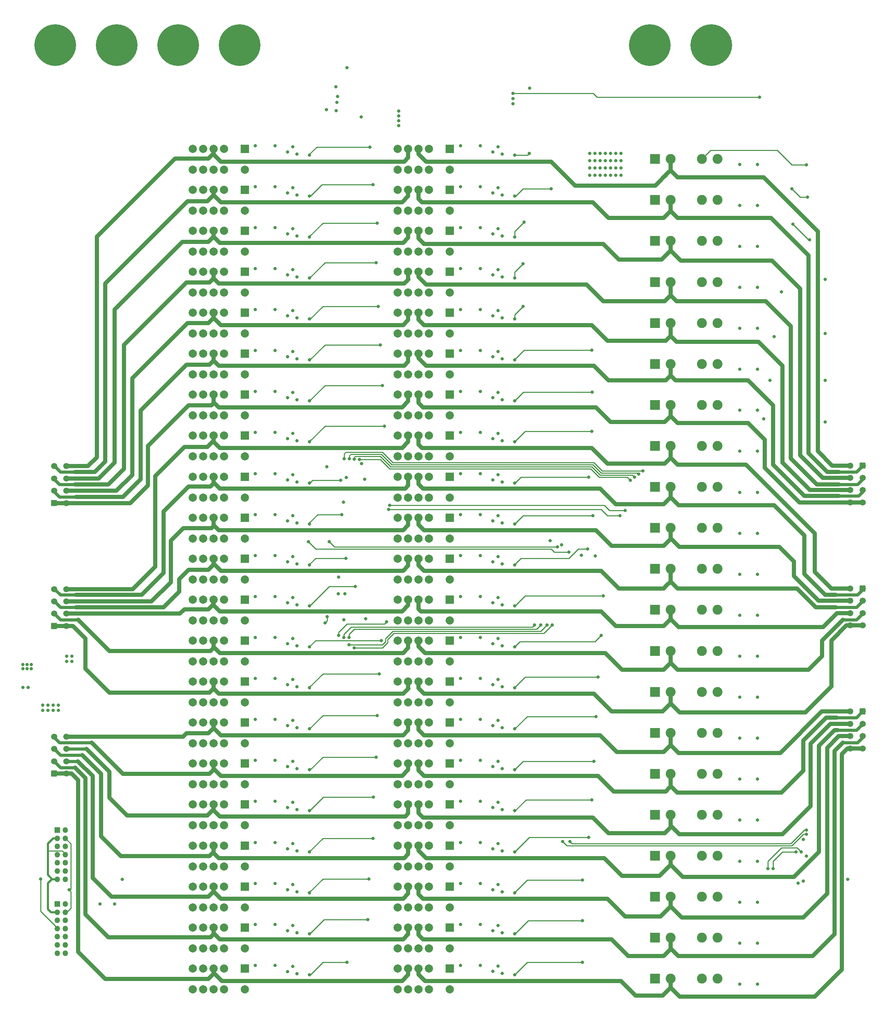
<source format=gbl>
G04 #@! TF.GenerationSoftware,KiCad,Pcbnew,(5.1.2)-1*
G04 #@! TF.CreationDate,2020-08-24T12:41:57-07:00*
G04 #@! TF.ProjectId,relayBoard,72656c61-7942-46f6-9172-642e6b696361,rev?*
G04 #@! TF.SameCoordinates,Original*
G04 #@! TF.FileFunction,Copper,L4,Bot*
G04 #@! TF.FilePolarity,Positive*
%FSLAX46Y46*%
G04 Gerber Fmt 4.6, Leading zero omitted, Abs format (unit mm)*
G04 Created by KiCad (PCBNEW (5.1.2)-1) date 2020-08-24 12:41:57*
%MOMM*%
%LPD*%
G04 APERTURE LIST*
%ADD10C,1.500000*%
%ADD11C,0.100000*%
%ADD12C,2.000000*%
%ADD13R,2.000000X2.000000*%
%ADD14C,2.420000*%
%ADD15R,2.420000X2.420000*%
%ADD16O,1.350000X1.350000*%
%ADD17R,1.350000X1.350000*%
%ADD18C,10.160000*%
%ADD19C,0.800000*%
%ADD20C,0.250000*%
%ADD21C,1.000000*%
%ADD22C,0.750000*%
%ADD23C,0.500000*%
G04 APERTURE END LIST*
D10*
X28908000Y-82440000D03*
X28908000Y-85440000D03*
X28908000Y-88440000D03*
X28908000Y-91440000D03*
X25908000Y-82440000D03*
X25908000Y-85440000D03*
X25908000Y-88440000D03*
D11*
G36*
X26432504Y-90691204D02*
G01*
X26456773Y-90694804D01*
X26480571Y-90700765D01*
X26503671Y-90709030D01*
X26525849Y-90719520D01*
X26546893Y-90732133D01*
X26566598Y-90746747D01*
X26584777Y-90763223D01*
X26601253Y-90781402D01*
X26615867Y-90801107D01*
X26628480Y-90822151D01*
X26638970Y-90844329D01*
X26647235Y-90867429D01*
X26653196Y-90891227D01*
X26656796Y-90915496D01*
X26658000Y-90940000D01*
X26658000Y-91940000D01*
X26656796Y-91964504D01*
X26653196Y-91988773D01*
X26647235Y-92012571D01*
X26638970Y-92035671D01*
X26628480Y-92057849D01*
X26615867Y-92078893D01*
X26601253Y-92098598D01*
X26584777Y-92116777D01*
X26566598Y-92133253D01*
X26546893Y-92147867D01*
X26525849Y-92160480D01*
X26503671Y-92170970D01*
X26480571Y-92179235D01*
X26456773Y-92185196D01*
X26432504Y-92188796D01*
X26408000Y-92190000D01*
X25408000Y-92190000D01*
X25383496Y-92188796D01*
X25359227Y-92185196D01*
X25335429Y-92179235D01*
X25312329Y-92170970D01*
X25290151Y-92160480D01*
X25269107Y-92147867D01*
X25249402Y-92133253D01*
X25231223Y-92116777D01*
X25214747Y-92098598D01*
X25200133Y-92078893D01*
X25187520Y-92057849D01*
X25177030Y-92035671D01*
X25168765Y-92012571D01*
X25162804Y-91988773D01*
X25159204Y-91964504D01*
X25158000Y-91940000D01*
X25158000Y-90940000D01*
X25159204Y-90915496D01*
X25162804Y-90891227D01*
X25168765Y-90867429D01*
X25177030Y-90844329D01*
X25187520Y-90822151D01*
X25200133Y-90801107D01*
X25214747Y-90781402D01*
X25231223Y-90763223D01*
X25249402Y-90746747D01*
X25269107Y-90732133D01*
X25290151Y-90719520D01*
X25312329Y-90709030D01*
X25335429Y-90700765D01*
X25359227Y-90694804D01*
X25383496Y-90691204D01*
X25408000Y-90690000D01*
X26408000Y-90690000D01*
X26432504Y-90691204D01*
X26432504Y-90691204D01*
G37*
D10*
X25908000Y-91440000D03*
D12*
X59690000Y19914000D03*
X59690000Y24994000D03*
X62230000Y24994000D03*
X62230000Y19914000D03*
X67310000Y24994000D03*
D13*
X72390000Y24994000D03*
D12*
X67310000Y19914000D03*
X72390000Y19914000D03*
X64770000Y24994000D03*
X64770000Y19914000D03*
X59690000Y9914000D03*
X59690000Y14994000D03*
X62230000Y14994000D03*
X62230000Y9914000D03*
X67310000Y14994000D03*
D13*
X72390000Y14994000D03*
D12*
X67310000Y9914000D03*
X72390000Y9914000D03*
X64770000Y14994000D03*
X64770000Y9914000D03*
X59690000Y-86000D03*
X59690000Y4994000D03*
X62230000Y4994000D03*
X62230000Y-86000D03*
X67310000Y4994000D03*
D13*
X72390000Y4994000D03*
D12*
X67310000Y-86000D03*
X72390000Y-86000D03*
X64770000Y4994000D03*
X64770000Y-86000D03*
X59690000Y-10086000D03*
X59690000Y-5006000D03*
X62230000Y-5006000D03*
X62230000Y-10086000D03*
X67310000Y-5006000D03*
D13*
X72390000Y-5006000D03*
D12*
X67310000Y-10086000D03*
X72390000Y-10086000D03*
X64770000Y-5006000D03*
X64770000Y-10086000D03*
X59690000Y-20086000D03*
X59690000Y-15006000D03*
X62230000Y-15006000D03*
X62230000Y-20086000D03*
X67310000Y-15006000D03*
D13*
X72390000Y-15006000D03*
D12*
X67310000Y-20086000D03*
X72390000Y-20086000D03*
X64770000Y-15006000D03*
X64770000Y-20086000D03*
X59690000Y-30086000D03*
X59690000Y-25006000D03*
X62230000Y-25006000D03*
X62230000Y-30086000D03*
X67310000Y-25006000D03*
D13*
X72390000Y-25006000D03*
D12*
X67310000Y-30086000D03*
X72390000Y-30086000D03*
X64770000Y-25006000D03*
X64770000Y-30086000D03*
X59690000Y-40086000D03*
X59690000Y-35006000D03*
X62230000Y-35006000D03*
X62230000Y-40086000D03*
X67310000Y-35006000D03*
D13*
X72390000Y-35006000D03*
D12*
X67310000Y-40086000D03*
X72390000Y-40086000D03*
X64770000Y-35006000D03*
X64770000Y-40086000D03*
X59690000Y-50086000D03*
X59690000Y-45006000D03*
X62230000Y-45006000D03*
X62230000Y-50086000D03*
X67310000Y-45006000D03*
D13*
X72390000Y-45006000D03*
D12*
X67310000Y-50086000D03*
X72390000Y-50086000D03*
X64770000Y-45006000D03*
X64770000Y-50086000D03*
X59690000Y-60086000D03*
X59690000Y-55006000D03*
X62230000Y-55006000D03*
X62230000Y-60086000D03*
X67310000Y-55006000D03*
D13*
X72390000Y-55006000D03*
D12*
X67310000Y-60086000D03*
X72390000Y-60086000D03*
X64770000Y-55006000D03*
X64770000Y-60086000D03*
X59690000Y-70086000D03*
X59690000Y-65006000D03*
X62230000Y-65006000D03*
X62230000Y-70086000D03*
X67310000Y-65006000D03*
D13*
X72390000Y-65006000D03*
D12*
X67310000Y-70086000D03*
X72390000Y-70086000D03*
X64770000Y-65006000D03*
X64770000Y-70086000D03*
X59690000Y-80086000D03*
X59690000Y-75006000D03*
X62230000Y-75006000D03*
X62230000Y-80086000D03*
X67310000Y-75006000D03*
D13*
X72390000Y-75006000D03*
D12*
X67310000Y-80086000D03*
X72390000Y-80086000D03*
X64770000Y-75006000D03*
X64770000Y-80086000D03*
X59690000Y-90086000D03*
X59690000Y-85006000D03*
X62230000Y-85006000D03*
X62230000Y-90086000D03*
X67310000Y-85006000D03*
D13*
X72390000Y-85006000D03*
D12*
X67310000Y-90086000D03*
X72390000Y-90086000D03*
X64770000Y-85006000D03*
X64770000Y-90086000D03*
X59690000Y-100086000D03*
X59690000Y-95006000D03*
X62230000Y-95006000D03*
X62230000Y-100086000D03*
X67310000Y-95006000D03*
D13*
X72390000Y-95006000D03*
D12*
X67310000Y-100086000D03*
X72390000Y-100086000D03*
X64770000Y-95006000D03*
X64770000Y-100086000D03*
X59690000Y-110086000D03*
X59690000Y-105006000D03*
X62230000Y-105006000D03*
X62230000Y-110086000D03*
X67310000Y-105006000D03*
D13*
X72390000Y-105006000D03*
D12*
X67310000Y-110086000D03*
X72390000Y-110086000D03*
X64770000Y-105006000D03*
X64770000Y-110086000D03*
X59690000Y-120086000D03*
X59690000Y-115006000D03*
X62230000Y-115006000D03*
X62230000Y-120086000D03*
X67310000Y-115006000D03*
D13*
X72390000Y-115006000D03*
D12*
X67310000Y-120086000D03*
X72390000Y-120086000D03*
X64770000Y-115006000D03*
X64770000Y-120086000D03*
X59690000Y-130086000D03*
X59690000Y-125006000D03*
X62230000Y-125006000D03*
X62230000Y-130086000D03*
X67310000Y-125006000D03*
D13*
X72390000Y-125006000D03*
D12*
X67310000Y-130086000D03*
X72390000Y-130086000D03*
X64770000Y-125006000D03*
X64770000Y-130086000D03*
X59690000Y-140086000D03*
X59690000Y-135006000D03*
X62230000Y-135006000D03*
X62230000Y-140086000D03*
X67310000Y-135006000D03*
D13*
X72390000Y-135006000D03*
D12*
X67310000Y-140086000D03*
X72390000Y-140086000D03*
X64770000Y-135006000D03*
X64770000Y-140086000D03*
X59690000Y-150086000D03*
X59690000Y-145006000D03*
X62230000Y-145006000D03*
X62230000Y-150086000D03*
X67310000Y-145006000D03*
D13*
X72390000Y-145006000D03*
D12*
X67310000Y-150086000D03*
X72390000Y-150086000D03*
X64770000Y-145006000D03*
X64770000Y-150086000D03*
X59690000Y-160086000D03*
X59690000Y-155006000D03*
X62230000Y-155006000D03*
X62230000Y-160086000D03*
X67310000Y-155006000D03*
D13*
X72390000Y-155006000D03*
D12*
X67310000Y-160086000D03*
X72390000Y-160086000D03*
X64770000Y-155006000D03*
X64770000Y-160086000D03*
X59690000Y-170086000D03*
X59690000Y-165006000D03*
X62230000Y-165006000D03*
X62230000Y-170086000D03*
X67310000Y-165006000D03*
D13*
X72390000Y-165006000D03*
D12*
X67310000Y-170086000D03*
X72390000Y-170086000D03*
X64770000Y-165006000D03*
X64770000Y-170086000D03*
X59690000Y-180086000D03*
X59690000Y-175006000D03*
X62230000Y-175006000D03*
X62230000Y-180086000D03*
X67310000Y-175006000D03*
D13*
X72390000Y-175006000D03*
D12*
X67310000Y-180086000D03*
X72390000Y-180086000D03*
X64770000Y-175006000D03*
X64770000Y-180086000D03*
X109690000Y19914000D03*
X109690000Y24994000D03*
X112230000Y24994000D03*
X112230000Y19914000D03*
X117310000Y24994000D03*
D13*
X122390000Y24994000D03*
D12*
X117310000Y19914000D03*
X122390000Y19914000D03*
X114770000Y24994000D03*
X114770000Y19914000D03*
X109690000Y9914000D03*
X109690000Y14994000D03*
X112230000Y14994000D03*
X112230000Y9914000D03*
X117310000Y14994000D03*
D13*
X122390000Y14994000D03*
D12*
X117310000Y9914000D03*
X122390000Y9914000D03*
X114770000Y14994000D03*
X114770000Y9914000D03*
X109690000Y-86000D03*
X109690000Y4994000D03*
X112230000Y4994000D03*
X112230000Y-86000D03*
X117310000Y4994000D03*
D13*
X122390000Y4994000D03*
D12*
X117310000Y-86000D03*
X122390000Y-86000D03*
X114770000Y4994000D03*
X114770000Y-86000D03*
X109690000Y-10086000D03*
X109690000Y-5006000D03*
X112230000Y-5006000D03*
X112230000Y-10086000D03*
X117310000Y-5006000D03*
D13*
X122390000Y-5006000D03*
D12*
X117310000Y-10086000D03*
X122390000Y-10086000D03*
X114770000Y-5006000D03*
X114770000Y-10086000D03*
X109690000Y-20086000D03*
X109690000Y-15006000D03*
X112230000Y-15006000D03*
X112230000Y-20086000D03*
X117310000Y-15006000D03*
D13*
X122390000Y-15006000D03*
D12*
X117310000Y-20086000D03*
X122390000Y-20086000D03*
X114770000Y-15006000D03*
X114770000Y-20086000D03*
X109690000Y-30086000D03*
X109690000Y-25006000D03*
X112230000Y-25006000D03*
X112230000Y-30086000D03*
X117310000Y-25006000D03*
D13*
X122390000Y-25006000D03*
D12*
X117310000Y-30086000D03*
X122390000Y-30086000D03*
X114770000Y-25006000D03*
X114770000Y-30086000D03*
X109690000Y-40086000D03*
X109690000Y-35006000D03*
X112230000Y-35006000D03*
X112230000Y-40086000D03*
X117310000Y-35006000D03*
D13*
X122390000Y-35006000D03*
D12*
X117310000Y-40086000D03*
X122390000Y-40086000D03*
X114770000Y-35006000D03*
X114770000Y-40086000D03*
X109690000Y-50086000D03*
X109690000Y-45006000D03*
X112230000Y-45006000D03*
X112230000Y-50086000D03*
X117310000Y-45006000D03*
D13*
X122390000Y-45006000D03*
D12*
X117310000Y-50086000D03*
X122390000Y-50086000D03*
X114770000Y-45006000D03*
X114770000Y-50086000D03*
X109690000Y-60086000D03*
X109690000Y-55006000D03*
X112230000Y-55006000D03*
X112230000Y-60086000D03*
X117310000Y-55006000D03*
D13*
X122390000Y-55006000D03*
D12*
X117310000Y-60086000D03*
X122390000Y-60086000D03*
X114770000Y-55006000D03*
X114770000Y-60086000D03*
X109690000Y-70086000D03*
X109690000Y-65006000D03*
X112230000Y-65006000D03*
X112230000Y-70086000D03*
X117310000Y-65006000D03*
D13*
X122390000Y-65006000D03*
D12*
X117310000Y-70086000D03*
X122390000Y-70086000D03*
X114770000Y-65006000D03*
X114770000Y-70086000D03*
X109690000Y-80086000D03*
X109690000Y-75006000D03*
X112230000Y-75006000D03*
X112230000Y-80086000D03*
X117310000Y-75006000D03*
D13*
X122390000Y-75006000D03*
D12*
X117310000Y-80086000D03*
X122390000Y-80086000D03*
X114770000Y-75006000D03*
X114770000Y-80086000D03*
X109690000Y-90086000D03*
X109690000Y-85006000D03*
X112230000Y-85006000D03*
X112230000Y-90086000D03*
X117310000Y-85006000D03*
D13*
X122390000Y-85006000D03*
D12*
X117310000Y-90086000D03*
X122390000Y-90086000D03*
X114770000Y-85006000D03*
X114770000Y-90086000D03*
X109690000Y-100086000D03*
X109690000Y-95006000D03*
X112230000Y-95006000D03*
X112230000Y-100086000D03*
X117310000Y-95006000D03*
D13*
X122390000Y-95006000D03*
D12*
X117310000Y-100086000D03*
X122390000Y-100086000D03*
X114770000Y-95006000D03*
X114770000Y-100086000D03*
X109690000Y-110086000D03*
X109690000Y-105006000D03*
X112230000Y-105006000D03*
X112230000Y-110086000D03*
X117310000Y-105006000D03*
D13*
X122390000Y-105006000D03*
D12*
X117310000Y-110086000D03*
X122390000Y-110086000D03*
X114770000Y-105006000D03*
X114770000Y-110086000D03*
X109690000Y-120086000D03*
X109690000Y-115006000D03*
X112230000Y-115006000D03*
X112230000Y-120086000D03*
X117310000Y-115006000D03*
D13*
X122390000Y-115006000D03*
D12*
X117310000Y-120086000D03*
X122390000Y-120086000D03*
X114770000Y-115006000D03*
X114770000Y-120086000D03*
X109690000Y-130086000D03*
X109690000Y-125006000D03*
X112230000Y-125006000D03*
X112230000Y-130086000D03*
X117310000Y-125006000D03*
D13*
X122390000Y-125006000D03*
D12*
X117310000Y-130086000D03*
X122390000Y-130086000D03*
X114770000Y-125006000D03*
X114770000Y-130086000D03*
X109690000Y-140086000D03*
X109690000Y-135006000D03*
X112230000Y-135006000D03*
X112230000Y-140086000D03*
X117310000Y-135006000D03*
D13*
X122390000Y-135006000D03*
D12*
X117310000Y-140086000D03*
X122390000Y-140086000D03*
X114770000Y-135006000D03*
X114770000Y-140086000D03*
X109690000Y-150086000D03*
X109690000Y-145006000D03*
X112230000Y-145006000D03*
X112230000Y-150086000D03*
X117310000Y-145006000D03*
D13*
X122390000Y-145006000D03*
D12*
X117310000Y-150086000D03*
X122390000Y-150086000D03*
X114770000Y-145006000D03*
X114770000Y-150086000D03*
X109690000Y-160086000D03*
X109690000Y-155006000D03*
X112230000Y-155006000D03*
X112230000Y-160086000D03*
X117310000Y-155006000D03*
D13*
X122390000Y-155006000D03*
D12*
X117310000Y-160086000D03*
X122390000Y-160086000D03*
X114770000Y-155006000D03*
X114770000Y-160086000D03*
X109690000Y-170086000D03*
X109690000Y-165006000D03*
X112230000Y-165006000D03*
X112230000Y-170086000D03*
X117310000Y-165006000D03*
D13*
X122390000Y-165006000D03*
D12*
X117310000Y-170086000D03*
X122390000Y-170086000D03*
X114770000Y-165006000D03*
X114770000Y-170086000D03*
X109690000Y-180086000D03*
X109690000Y-175006000D03*
X112230000Y-175006000D03*
X112230000Y-180086000D03*
X117310000Y-175006000D03*
D13*
X122390000Y-175006000D03*
D12*
X117310000Y-180086000D03*
X122390000Y-180086000D03*
X114770000Y-175006000D03*
X114770000Y-180086000D03*
D14*
X187630000Y22494000D03*
X183820000Y22494000D03*
X176200000Y22494000D03*
D15*
X172390000Y22494000D03*
D14*
X187630000Y12494000D03*
X183820000Y12494000D03*
X176200000Y12494000D03*
D15*
X172390000Y12494000D03*
D14*
X187630000Y2494000D03*
X183820000Y2494000D03*
X176200000Y2494000D03*
D15*
X172390000Y2494000D03*
D14*
X187630000Y-7506000D03*
X183820000Y-7506000D03*
X176200000Y-7506000D03*
D15*
X172390000Y-7506000D03*
D14*
X187630000Y-17506000D03*
X183820000Y-17506000D03*
X176200000Y-17506000D03*
D15*
X172390000Y-17506000D03*
D14*
X187630000Y-27506000D03*
X183820000Y-27506000D03*
X176200000Y-27506000D03*
D15*
X172390000Y-27506000D03*
D14*
X187630000Y-37506000D03*
X183820000Y-37506000D03*
X176200000Y-37506000D03*
D15*
X172390000Y-37506000D03*
D14*
X187630000Y-47506000D03*
X183820000Y-47506000D03*
X176200000Y-47506000D03*
D15*
X172390000Y-47506000D03*
D14*
X187630000Y-57506000D03*
X183820000Y-57506000D03*
X176200000Y-57506000D03*
D15*
X172390000Y-57506000D03*
D14*
X187630000Y-67506000D03*
X183820000Y-67506000D03*
X176200000Y-67506000D03*
D15*
X172390000Y-67506000D03*
D14*
X187630000Y-77506000D03*
X183820000Y-77506000D03*
X176200000Y-77506000D03*
D15*
X172390000Y-77506000D03*
D14*
X187630000Y-87506000D03*
X183820000Y-87506000D03*
X176200000Y-87506000D03*
D15*
X172390000Y-87506000D03*
D14*
X187630000Y-97506000D03*
X183820000Y-97506000D03*
X176200000Y-97506000D03*
D15*
X172390000Y-97506000D03*
D14*
X187630000Y-107506000D03*
X183820000Y-107506000D03*
X176200000Y-107506000D03*
D15*
X172390000Y-107506000D03*
D14*
X187630000Y-117506000D03*
X183820000Y-117506000D03*
X176200000Y-117506000D03*
D15*
X172390000Y-117506000D03*
D14*
X187630000Y-127506000D03*
X183820000Y-127506000D03*
X176200000Y-127506000D03*
D15*
X172390000Y-127506000D03*
D14*
X187630000Y-137506000D03*
X183820000Y-137506000D03*
X176200000Y-137506000D03*
D15*
X172390000Y-137506000D03*
D14*
X187630000Y-147506000D03*
X183820000Y-147506000D03*
X176200000Y-147506000D03*
D15*
X172390000Y-147506000D03*
D14*
X187630000Y-157506000D03*
X183820000Y-157506000D03*
X176200000Y-157506000D03*
D15*
X172390000Y-157506000D03*
D14*
X187630000Y-167506000D03*
X183820000Y-167506000D03*
X176200000Y-167506000D03*
D15*
X172390000Y-167506000D03*
D14*
X187630000Y-177506000D03*
X183820000Y-177506000D03*
X176200000Y-177506000D03*
D15*
X172390000Y-177506000D03*
D16*
X28670000Y-153224000D03*
X26670000Y-153224000D03*
X28670000Y-151224000D03*
X26670000Y-151224000D03*
X28670000Y-149224000D03*
X26670000Y-149224000D03*
X28670000Y-147224000D03*
X26670000Y-147224000D03*
X28670000Y-145224000D03*
X26670000Y-145224000D03*
X28670000Y-143224000D03*
X26670000Y-143224000D03*
X28670000Y-141224000D03*
D17*
X26670000Y-141224000D03*
D16*
X28670000Y-171258000D03*
X26670000Y-171258000D03*
X28670000Y-169258000D03*
X26670000Y-169258000D03*
X28670000Y-167258000D03*
X26670000Y-167258000D03*
X28670000Y-165258000D03*
X26670000Y-165258000D03*
X28670000Y-163258000D03*
X26670000Y-163258000D03*
X28670000Y-161258000D03*
X26670000Y-161258000D03*
X28670000Y-159258000D03*
D17*
X26670000Y-159258000D03*
D10*
X220012000Y-61296000D03*
X220012000Y-58296000D03*
X220012000Y-55296000D03*
X220012000Y-52296000D03*
X223012000Y-61296000D03*
X223012000Y-58296000D03*
X223012000Y-55296000D03*
D11*
G36*
X223536504Y-51547204D02*
G01*
X223560773Y-51550804D01*
X223584571Y-51556765D01*
X223607671Y-51565030D01*
X223629849Y-51575520D01*
X223650893Y-51588133D01*
X223670598Y-51602747D01*
X223688777Y-51619223D01*
X223705253Y-51637402D01*
X223719867Y-51657107D01*
X223732480Y-51678151D01*
X223742970Y-51700329D01*
X223751235Y-51723429D01*
X223757196Y-51747227D01*
X223760796Y-51771496D01*
X223762000Y-51796000D01*
X223762000Y-52796000D01*
X223760796Y-52820504D01*
X223757196Y-52844773D01*
X223751235Y-52868571D01*
X223742970Y-52891671D01*
X223732480Y-52913849D01*
X223719867Y-52934893D01*
X223705253Y-52954598D01*
X223688777Y-52972777D01*
X223670598Y-52989253D01*
X223650893Y-53003867D01*
X223629849Y-53016480D01*
X223607671Y-53026970D01*
X223584571Y-53035235D01*
X223560773Y-53041196D01*
X223536504Y-53044796D01*
X223512000Y-53046000D01*
X222512000Y-53046000D01*
X222487496Y-53044796D01*
X222463227Y-53041196D01*
X222439429Y-53035235D01*
X222416329Y-53026970D01*
X222394151Y-53016480D01*
X222373107Y-53003867D01*
X222353402Y-52989253D01*
X222335223Y-52972777D01*
X222318747Y-52954598D01*
X222304133Y-52934893D01*
X222291520Y-52913849D01*
X222281030Y-52891671D01*
X222272765Y-52868571D01*
X222266804Y-52844773D01*
X222263204Y-52820504D01*
X222262000Y-52796000D01*
X222262000Y-51796000D01*
X222263204Y-51771496D01*
X222266804Y-51747227D01*
X222272765Y-51723429D01*
X222281030Y-51700329D01*
X222291520Y-51678151D01*
X222304133Y-51657107D01*
X222318747Y-51637402D01*
X222335223Y-51619223D01*
X222353402Y-51602747D01*
X222373107Y-51588133D01*
X222394151Y-51575520D01*
X222416329Y-51565030D01*
X222439429Y-51556765D01*
X222463227Y-51550804D01*
X222487496Y-51547204D01*
X222512000Y-51546000D01*
X223512000Y-51546000D01*
X223536504Y-51547204D01*
X223536504Y-51547204D01*
G37*
D10*
X223012000Y-52296000D03*
X220012000Y-91296000D03*
X220012000Y-88296000D03*
X220012000Y-85296000D03*
X220012000Y-82296000D03*
X223012000Y-91296000D03*
X223012000Y-88296000D03*
X223012000Y-85296000D03*
D11*
G36*
X223536504Y-81547204D02*
G01*
X223560773Y-81550804D01*
X223584571Y-81556765D01*
X223607671Y-81565030D01*
X223629849Y-81575520D01*
X223650893Y-81588133D01*
X223670598Y-81602747D01*
X223688777Y-81619223D01*
X223705253Y-81637402D01*
X223719867Y-81657107D01*
X223732480Y-81678151D01*
X223742970Y-81700329D01*
X223751235Y-81723429D01*
X223757196Y-81747227D01*
X223760796Y-81771496D01*
X223762000Y-81796000D01*
X223762000Y-82796000D01*
X223760796Y-82820504D01*
X223757196Y-82844773D01*
X223751235Y-82868571D01*
X223742970Y-82891671D01*
X223732480Y-82913849D01*
X223719867Y-82934893D01*
X223705253Y-82954598D01*
X223688777Y-82972777D01*
X223670598Y-82989253D01*
X223650893Y-83003867D01*
X223629849Y-83016480D01*
X223607671Y-83026970D01*
X223584571Y-83035235D01*
X223560773Y-83041196D01*
X223536504Y-83044796D01*
X223512000Y-83046000D01*
X222512000Y-83046000D01*
X222487496Y-83044796D01*
X222463227Y-83041196D01*
X222439429Y-83035235D01*
X222416329Y-83026970D01*
X222394151Y-83016480D01*
X222373107Y-83003867D01*
X222353402Y-82989253D01*
X222335223Y-82972777D01*
X222318747Y-82954598D01*
X222304133Y-82934893D01*
X222291520Y-82913849D01*
X222281030Y-82891671D01*
X222272765Y-82868571D01*
X222266804Y-82844773D01*
X222263204Y-82820504D01*
X222262000Y-82796000D01*
X222262000Y-81796000D01*
X222263204Y-81771496D01*
X222266804Y-81747227D01*
X222272765Y-81723429D01*
X222281030Y-81700329D01*
X222291520Y-81678151D01*
X222304133Y-81657107D01*
X222318747Y-81637402D01*
X222335223Y-81619223D01*
X222353402Y-81602747D01*
X222373107Y-81588133D01*
X222394151Y-81575520D01*
X222416329Y-81565030D01*
X222439429Y-81556765D01*
X222463227Y-81550804D01*
X222487496Y-81547204D01*
X222512000Y-81546000D01*
X223512000Y-81546000D01*
X223536504Y-81547204D01*
X223536504Y-81547204D01*
G37*
D10*
X223012000Y-82296000D03*
X220012000Y-121296000D03*
X220012000Y-118296000D03*
X220012000Y-115296000D03*
X220012000Y-112296000D03*
X223012000Y-121296000D03*
X223012000Y-118296000D03*
X223012000Y-115296000D03*
D11*
G36*
X223536504Y-111547204D02*
G01*
X223560773Y-111550804D01*
X223584571Y-111556765D01*
X223607671Y-111565030D01*
X223629849Y-111575520D01*
X223650893Y-111588133D01*
X223670598Y-111602747D01*
X223688777Y-111619223D01*
X223705253Y-111637402D01*
X223719867Y-111657107D01*
X223732480Y-111678151D01*
X223742970Y-111700329D01*
X223751235Y-111723429D01*
X223757196Y-111747227D01*
X223760796Y-111771496D01*
X223762000Y-111796000D01*
X223762000Y-112796000D01*
X223760796Y-112820504D01*
X223757196Y-112844773D01*
X223751235Y-112868571D01*
X223742970Y-112891671D01*
X223732480Y-112913849D01*
X223719867Y-112934893D01*
X223705253Y-112954598D01*
X223688777Y-112972777D01*
X223670598Y-112989253D01*
X223650893Y-113003867D01*
X223629849Y-113016480D01*
X223607671Y-113026970D01*
X223584571Y-113035235D01*
X223560773Y-113041196D01*
X223536504Y-113044796D01*
X223512000Y-113046000D01*
X222512000Y-113046000D01*
X222487496Y-113044796D01*
X222463227Y-113041196D01*
X222439429Y-113035235D01*
X222416329Y-113026970D01*
X222394151Y-113016480D01*
X222373107Y-113003867D01*
X222353402Y-112989253D01*
X222335223Y-112972777D01*
X222318747Y-112954598D01*
X222304133Y-112934893D01*
X222291520Y-112913849D01*
X222281030Y-112891671D01*
X222272765Y-112868571D01*
X222266804Y-112844773D01*
X222263204Y-112820504D01*
X222262000Y-112796000D01*
X222262000Y-111796000D01*
X222263204Y-111771496D01*
X222266804Y-111747227D01*
X222272765Y-111723429D01*
X222281030Y-111700329D01*
X222291520Y-111678151D01*
X222304133Y-111657107D01*
X222318747Y-111637402D01*
X222335223Y-111619223D01*
X222353402Y-111602747D01*
X222373107Y-111588133D01*
X222394151Y-111575520D01*
X222416329Y-111565030D01*
X222439429Y-111556765D01*
X222463227Y-111550804D01*
X222487496Y-111547204D01*
X222512000Y-111546000D01*
X223512000Y-111546000D01*
X223536504Y-111547204D01*
X223536504Y-111547204D01*
G37*
D10*
X223012000Y-112296000D03*
X28908000Y-52440000D03*
X28908000Y-55440000D03*
X28908000Y-58440000D03*
X28908000Y-61440000D03*
X25908000Y-52440000D03*
X25908000Y-55440000D03*
X25908000Y-58440000D03*
D11*
G36*
X26432504Y-60691204D02*
G01*
X26456773Y-60694804D01*
X26480571Y-60700765D01*
X26503671Y-60709030D01*
X26525849Y-60719520D01*
X26546893Y-60732133D01*
X26566598Y-60746747D01*
X26584777Y-60763223D01*
X26601253Y-60781402D01*
X26615867Y-60801107D01*
X26628480Y-60822151D01*
X26638970Y-60844329D01*
X26647235Y-60867429D01*
X26653196Y-60891227D01*
X26656796Y-60915496D01*
X26658000Y-60940000D01*
X26658000Y-61940000D01*
X26656796Y-61964504D01*
X26653196Y-61988773D01*
X26647235Y-62012571D01*
X26638970Y-62035671D01*
X26628480Y-62057849D01*
X26615867Y-62078893D01*
X26601253Y-62098598D01*
X26584777Y-62116777D01*
X26566598Y-62133253D01*
X26546893Y-62147867D01*
X26525849Y-62160480D01*
X26503671Y-62170970D01*
X26480571Y-62179235D01*
X26456773Y-62185196D01*
X26432504Y-62188796D01*
X26408000Y-62190000D01*
X25408000Y-62190000D01*
X25383496Y-62188796D01*
X25359227Y-62185196D01*
X25335429Y-62179235D01*
X25312329Y-62170970D01*
X25290151Y-62160480D01*
X25269107Y-62147867D01*
X25249402Y-62133253D01*
X25231223Y-62116777D01*
X25214747Y-62098598D01*
X25200133Y-62078893D01*
X25187520Y-62057849D01*
X25177030Y-62035671D01*
X25168765Y-62012571D01*
X25162804Y-61988773D01*
X25159204Y-61964504D01*
X25158000Y-61940000D01*
X25158000Y-60940000D01*
X25159204Y-60915496D01*
X25162804Y-60891227D01*
X25168765Y-60867429D01*
X25177030Y-60844329D01*
X25187520Y-60822151D01*
X25200133Y-60801107D01*
X25214747Y-60781402D01*
X25231223Y-60763223D01*
X25249402Y-60746747D01*
X25269107Y-60732133D01*
X25290151Y-60719520D01*
X25312329Y-60709030D01*
X25335429Y-60700765D01*
X25359227Y-60694804D01*
X25383496Y-60691204D01*
X25408000Y-60690000D01*
X26408000Y-60690000D01*
X26432504Y-60691204D01*
X26432504Y-60691204D01*
G37*
D10*
X25908000Y-61440000D03*
X28908000Y-118440000D03*
X28908000Y-121440000D03*
X28908000Y-124440000D03*
X28908000Y-127440000D03*
X25908000Y-118440000D03*
X25908000Y-121440000D03*
X25908000Y-124440000D03*
D11*
G36*
X26432504Y-126691204D02*
G01*
X26456773Y-126694804D01*
X26480571Y-126700765D01*
X26503671Y-126709030D01*
X26525849Y-126719520D01*
X26546893Y-126732133D01*
X26566598Y-126746747D01*
X26584777Y-126763223D01*
X26601253Y-126781402D01*
X26615867Y-126801107D01*
X26628480Y-126822151D01*
X26638970Y-126844329D01*
X26647235Y-126867429D01*
X26653196Y-126891227D01*
X26656796Y-126915496D01*
X26658000Y-126940000D01*
X26658000Y-127940000D01*
X26656796Y-127964504D01*
X26653196Y-127988773D01*
X26647235Y-128012571D01*
X26638970Y-128035671D01*
X26628480Y-128057849D01*
X26615867Y-128078893D01*
X26601253Y-128098598D01*
X26584777Y-128116777D01*
X26566598Y-128133253D01*
X26546893Y-128147867D01*
X26525849Y-128160480D01*
X26503671Y-128170970D01*
X26480571Y-128179235D01*
X26456773Y-128185196D01*
X26432504Y-128188796D01*
X26408000Y-128190000D01*
X25408000Y-128190000D01*
X25383496Y-128188796D01*
X25359227Y-128185196D01*
X25335429Y-128179235D01*
X25312329Y-128170970D01*
X25290151Y-128160480D01*
X25269107Y-128147867D01*
X25249402Y-128133253D01*
X25231223Y-128116777D01*
X25214747Y-128098598D01*
X25200133Y-128078893D01*
X25187520Y-128057849D01*
X25177030Y-128035671D01*
X25168765Y-128012571D01*
X25162804Y-127988773D01*
X25159204Y-127964504D01*
X25158000Y-127940000D01*
X25158000Y-126940000D01*
X25159204Y-126915496D01*
X25162804Y-126891227D01*
X25168765Y-126867429D01*
X25177030Y-126844329D01*
X25187520Y-126822151D01*
X25200133Y-126801107D01*
X25214747Y-126781402D01*
X25231223Y-126763223D01*
X25249402Y-126746747D01*
X25269107Y-126732133D01*
X25290151Y-126719520D01*
X25312329Y-126709030D01*
X25335429Y-126700765D01*
X25359227Y-126694804D01*
X25383496Y-126691204D01*
X25408000Y-126690000D01*
X26408000Y-126690000D01*
X26432504Y-126691204D01*
X26432504Y-126691204D01*
G37*
D10*
X25908000Y-127440000D03*
D18*
X186162000Y50292000D03*
X171162000Y50292000D03*
X41162000Y50292000D03*
X26162000Y50292000D03*
X71162000Y50292000D03*
X56162000Y50292000D03*
D19*
X94664000Y34290000D03*
X100760000Y32766000D03*
X28956000Y-98806000D03*
X30226000Y-98806000D03*
X28956000Y-100076000D03*
X30226000Y-100076000D03*
X18288000Y-106426000D03*
X19558000Y-106426000D03*
X134112000Y-174404000D03*
X132842000Y-175674000D03*
X135128000Y-176182000D03*
X132842000Y-165768000D03*
X134112000Y-164498000D03*
X135128000Y-166276000D03*
X132842000Y-155768000D03*
X134112000Y-154498000D03*
X135128000Y-156276000D03*
X132842000Y-145768000D03*
X134112000Y-144498000D03*
X135128000Y-146276000D03*
X132842000Y-135768000D03*
X134112000Y-134498000D03*
X135128000Y-136276000D03*
X132842000Y-125768000D03*
X134112000Y-124498000D03*
X135128000Y-126276000D03*
X132842000Y-115768000D03*
X134112000Y-114498000D03*
X135128000Y-116276000D03*
X132842000Y-105768000D03*
X134112000Y-104498000D03*
X135128000Y-106276000D03*
X132842000Y-95768000D03*
X134112000Y-94498000D03*
X135128000Y-96276000D03*
X132842000Y-85768000D03*
X134112000Y-84498000D03*
X135128000Y-86276000D03*
X132842000Y-75768000D03*
X134112000Y-74498000D03*
X135128000Y-76276000D03*
X132842000Y-65768000D03*
X134112000Y-64498000D03*
X135128000Y-66276000D03*
X132842000Y-55768000D03*
X134112000Y-54498000D03*
X135128000Y-56276000D03*
X132842000Y-45768000D03*
X134112000Y-44498000D03*
X135128000Y-46276000D03*
X132842000Y-35768000D03*
X134112000Y-34498000D03*
X135128000Y-36276000D03*
X132842000Y-25768000D03*
X134112000Y-24498000D03*
X135128000Y-26276000D03*
X132842000Y-15768000D03*
X134112000Y-14498000D03*
X135128000Y-16276000D03*
X132842000Y-5768000D03*
X134112000Y-4498000D03*
X135128000Y-6276000D03*
X132842000Y4232000D03*
X134112000Y5502000D03*
X135128000Y3724000D03*
X132842000Y14232000D03*
X134112000Y15502000D03*
X135128000Y13724000D03*
X132842000Y24232000D03*
X134112000Y25502000D03*
X135128000Y23724000D03*
X82842000Y-175768000D03*
X84112000Y-174498000D03*
X85128000Y-176276000D03*
X82842000Y-165768000D03*
X84112000Y-164498000D03*
X85128000Y-166276000D03*
X82842000Y-155768000D03*
X84112000Y-154498000D03*
X85128000Y-156276000D03*
X82842000Y-145768000D03*
X84112000Y-144498000D03*
X85128000Y-146276000D03*
X82842000Y-135768000D03*
X84112000Y-134498000D03*
X85128000Y-136276000D03*
X82842000Y-125768000D03*
X84112000Y-124498000D03*
X85128000Y-126276000D03*
X82842000Y-115768000D03*
X84112000Y-114498000D03*
X85128000Y-116276000D03*
X82842000Y-105768000D03*
X84112000Y-104498000D03*
X85128000Y-106276000D03*
X82842000Y-95768000D03*
X84112000Y-94498000D03*
X85128000Y-96276000D03*
X82842000Y-85768000D03*
X84112000Y-84498000D03*
X85128000Y-86276000D03*
X82842000Y-75768000D03*
X84112000Y-74498000D03*
X85128000Y-76276000D03*
X82842000Y-65768000D03*
X84112000Y-64498000D03*
X85128000Y-66276000D03*
X82842000Y-55768000D03*
X84112000Y-54498000D03*
X85128000Y-56276000D03*
X82842000Y-45768000D03*
X84112000Y-44498000D03*
X85128000Y-46276000D03*
X82842000Y-35768000D03*
X84112000Y-34498000D03*
X85128000Y-36276000D03*
X82842000Y-25768000D03*
X84112000Y-24498000D03*
X85128000Y-26276000D03*
X82842000Y-15768000D03*
X84112000Y-14498000D03*
X85128000Y-16276000D03*
X82842000Y-5768000D03*
X84112000Y-4498000D03*
X85128000Y-6276000D03*
X82842000Y4232000D03*
X84112000Y5502000D03*
X85128000Y3724000D03*
X82842000Y14232000D03*
X84112000Y15502000D03*
X85128000Y13724000D03*
X82842000Y24232000D03*
X84112000Y25502000D03*
X85128000Y23724000D03*
X137795000Y37211000D03*
X137795000Y35941000D03*
X94892500Y36296500D03*
X146812000Y-70612000D03*
X101854000Y-89662000D03*
X96520000Y-89916000D03*
X219380000Y-153238000D03*
X207264000Y-154178000D03*
X208534000Y-143510000D03*
X154432000Y-74168000D03*
X95250000Y-79502000D03*
X92430500Y-52603500D03*
X96500000Y-61200000D03*
X97181000Y-55219000D03*
X40665400Y-159232600D03*
X92300000Y34500000D03*
X157883000Y-74317000D03*
X138176000Y-76530000D03*
X155956000Y-72644000D03*
X138176000Y-66530000D03*
X157226000Y-64516000D03*
X138176000Y-56530000D03*
X156210000Y-55118000D03*
X138176000Y-46530000D03*
X156972000Y-43942000D03*
X138176000Y-36530000D03*
X157099000Y-34417000D03*
X138176000Y-26530000D03*
X156972000Y-24130000D03*
X138176000Y-16530000D03*
X95250000Y-93726000D03*
X106934000Y-90424000D03*
X140208000Y-13462000D03*
X138176000Y-6530000D03*
X96520000Y-94234000D03*
X143002000Y-91186000D03*
X140208000Y-3048000D03*
X138176000Y3470000D03*
X97790000Y-94234000D03*
X144526000Y-91186000D03*
X140462000Y7112000D03*
X138176000Y13470000D03*
X97790000Y-96012000D03*
X147066000Y15240000D03*
X146050000Y-91186000D03*
X138176000Y-86530000D03*
X159766000Y-84074000D03*
X138176000Y-96530000D03*
X159258000Y-93726000D03*
X138176000Y-106530000D03*
X158496000Y-103886000D03*
X138176000Y-116530000D03*
X157988000Y-113538000D03*
X138176000Y-126530000D03*
X157480000Y-124460000D03*
X138176000Y-136530000D03*
X156972000Y-133858000D03*
X138176000Y-146530000D03*
X156210000Y-143002000D03*
X138176000Y-156530000D03*
X154686000Y-153416000D03*
X138176000Y-166530000D03*
X154686000Y-163322000D03*
X138176000Y-176530000D03*
X154686000Y-173482000D03*
X124968000Y-174244000D03*
X129794000Y-174244000D03*
X129794000Y-164244000D03*
X124968000Y-164244000D03*
X129794000Y-154244000D03*
X124968000Y-154244000D03*
X129794000Y-144244000D03*
X124968000Y-144244000D03*
X129794000Y-134244000D03*
X124968000Y-134244000D03*
X129794000Y-124244000D03*
X124968000Y-124244000D03*
X129794000Y-114244000D03*
X124968000Y-114244000D03*
X129794000Y-104244000D03*
X124968000Y-104244000D03*
X129794000Y-94244000D03*
X124968000Y-94244000D03*
X129794000Y-84244000D03*
X124968000Y-84244000D03*
X129794000Y-74244000D03*
X124968000Y-74244000D03*
X129794000Y-64244000D03*
X124968000Y-64244000D03*
X129794000Y-54244000D03*
X124968000Y-54244000D03*
X129794000Y-44244000D03*
X124968000Y-44244000D03*
X129794000Y-34244000D03*
X124968000Y-34244000D03*
X129794000Y-24244000D03*
X124968000Y-24244000D03*
X129794000Y-14244000D03*
X124968000Y-14244000D03*
X129794000Y-4244000D03*
X124968000Y-4244000D03*
X129794000Y5756000D03*
X124968000Y5756000D03*
X129794000Y15756000D03*
X124968000Y15756000D03*
X129794000Y25756000D03*
X124968000Y25756000D03*
X79794000Y-174244000D03*
X74968000Y-174244000D03*
X79794000Y-164244000D03*
X74968000Y-164244000D03*
X79794000Y-154244000D03*
X74968000Y-154244000D03*
X79794000Y-144244000D03*
X74968000Y-144244000D03*
X79794000Y-134244000D03*
X74968000Y-134244000D03*
X79794000Y-124244000D03*
X74968000Y-124244000D03*
X79794000Y-114244000D03*
X74968000Y-114244000D03*
X79794000Y-104244000D03*
X74968000Y-104244000D03*
X79794000Y-94244000D03*
X74968000Y-94244000D03*
X79794000Y-84244000D03*
X74968000Y-84244000D03*
X79794000Y-74244000D03*
X74968000Y-74244000D03*
X79794000Y-64244000D03*
X74968000Y-64244000D03*
X79794000Y-54244000D03*
X74968000Y-54244000D03*
X79794000Y-44244000D03*
X74968000Y-44244000D03*
X79794000Y-34244000D03*
X74968000Y-34244000D03*
X79794000Y-24244000D03*
X74968000Y-24244000D03*
X79794000Y-14244000D03*
X74968000Y-14244000D03*
X79794000Y-4244000D03*
X74968000Y-4244000D03*
X79794000Y5756000D03*
X74968000Y5756000D03*
X79794000Y15756000D03*
X74968000Y15756000D03*
X79794000Y25756000D03*
X74968000Y25756000D03*
X97282500Y44782500D03*
X94651250Y40144750D03*
X95045000Y37719000D03*
X109900000Y30600000D03*
X18288000Y-100838000D03*
X19304000Y-100838000D03*
X20320000Y-100838000D03*
X18288000Y-101854000D03*
X19304000Y-101854000D03*
X20320000Y-101854000D03*
X109900000Y31800000D03*
X109900000Y33000000D03*
X109900000Y34200000D03*
X149606000Y-71628000D03*
X23114000Y-110744000D03*
X24384000Y-110744000D03*
X25654000Y-110744000D03*
X26924000Y-110744000D03*
X26924000Y-112014000D03*
X24384000Y-112014000D03*
X23114000Y-112014000D03*
X25654000Y-112014000D03*
X197358000Y-178816000D03*
X193040000Y-178816000D03*
X197358000Y-168816000D03*
X193040000Y-168816000D03*
X197358000Y-158816000D03*
X193040000Y-158816000D03*
X197358000Y-148816000D03*
X193040000Y-148816000D03*
X197358000Y-138816000D03*
X193040000Y-138816000D03*
X197358000Y-128816000D03*
X193040000Y-128816000D03*
X197358000Y-118816000D03*
X193040000Y-118816000D03*
X197358000Y-108816000D03*
X193040000Y-108816000D03*
X197358000Y-98816000D03*
X193040000Y-98816000D03*
X197358000Y-88816000D03*
X193040000Y-88816000D03*
X197358000Y-78816000D03*
X193040000Y-78816000D03*
X197358000Y-68816000D03*
X193040000Y-68816000D03*
X197358000Y-58816000D03*
X193040000Y-58816000D03*
X197358000Y-48816000D03*
X193040000Y-48816000D03*
X197358000Y-38816000D03*
X193040000Y-38816000D03*
X197358000Y-28816000D03*
X193040000Y-28816000D03*
X197358000Y-18816000D03*
X193040000Y-18816000D03*
X197358000Y-8816000D03*
X193040000Y-8816000D03*
X197358000Y1184000D03*
X193040000Y1184000D03*
X197358000Y11184000D03*
X193040000Y11184000D03*
X197358000Y21184000D03*
X193040000Y21184000D03*
X209296000Y-147574000D03*
X208534000Y-153670000D03*
X95231000Y-83547000D03*
X42545000Y-153289000D03*
X96774000Y-83566000D03*
X141859000Y39751000D03*
X209296000Y-141224000D03*
X151638000Y-144018000D03*
X151384000Y-73406000D03*
X87884000Y-70866000D03*
X149860000Y-144018000D03*
X92456000Y-89154000D03*
X91948000Y-90678000D03*
X148590000Y-72136000D03*
X92964000Y-70866000D03*
X209296000Y-142240000D03*
X29591000Y-155829000D03*
X22606000Y-153162000D03*
X37084000Y-159258000D03*
X160274000Y23876000D03*
X161544000Y23876000D03*
X162814000Y23876000D03*
X164084000Y23876000D03*
X157734000Y20320000D03*
X160274000Y20320000D03*
X159004000Y20320000D03*
X156464000Y20320000D03*
X161544000Y18542000D03*
X159004000Y18542000D03*
X164084000Y18542000D03*
X160274000Y18542000D03*
X161544000Y20320000D03*
X162814000Y18542000D03*
X156464000Y18542000D03*
X164084000Y20320000D03*
X162814000Y20320000D03*
X157734000Y18542000D03*
X156464000Y23876000D03*
X157734000Y23876000D03*
X159004000Y23876000D03*
X164084000Y22098000D03*
X162814000Y22098000D03*
X161544000Y22098000D03*
X160274000Y22098000D03*
X159004000Y22098000D03*
X157734000Y22098000D03*
X156464000Y22098000D03*
X101600000Y-55626000D03*
X107442000Y-62992000D03*
X163830000Y-64516000D03*
X100838000Y-51816000D03*
X107696000Y-61976000D03*
X165100000Y-63246000D03*
X166370000Y-55880000D03*
X100330000Y-50800000D03*
X167386000Y-55118000D03*
X99131000Y-50729000D03*
X168402000Y-54356000D03*
X97917000Y-50673000D03*
X169418000Y-53594000D03*
X96647000Y-50673000D03*
X201168000Y-150622000D03*
X206756000Y-146558000D03*
X199898000Y-150622000D03*
X208026000Y-146558000D03*
X213868000Y-41656000D03*
X198882000Y-40894000D03*
X213868000Y-31496000D03*
X200406000Y-31496000D03*
X213868000Y-20066000D03*
X201422000Y-20828000D03*
X213868000Y-6858000D03*
X203200000Y-9906000D03*
X210058000Y2794000D03*
X205994000Y6604000D03*
X209550000Y13208000D03*
X205740000Y15240000D03*
X209296000Y21082000D03*
X138176000Y23470000D03*
X141732000Y23876000D03*
X99060000Y-96774000D03*
X147320000Y-91186000D03*
X88176000Y-176530000D03*
X97282000Y-173482000D03*
X88176000Y-166530000D03*
X102362000Y-163068000D03*
X88176000Y-156530000D03*
X102616000Y-153162000D03*
X88176000Y-146530000D03*
X103632000Y-143256000D03*
X88176000Y-136530000D03*
X103759000Y-133223000D03*
X88176000Y-126530000D03*
X104394000Y-123444000D03*
X88176000Y-116530000D03*
X104648000Y-113284000D03*
X88176000Y-106530000D03*
X105156000Y-103124000D03*
X88176000Y-96530000D03*
X105664000Y-94996000D03*
X88176000Y-86530000D03*
X99314000Y-81788000D03*
X88176000Y-76530000D03*
X97028000Y-74930000D03*
X88176000Y-66530000D03*
X96012000Y-64262000D03*
X88176000Y-56530000D03*
X95758000Y-55880000D03*
X88176000Y-46530000D03*
X106426000Y-42672000D03*
X88176000Y-36530000D03*
X105918000Y-32766000D03*
X88176000Y-26530000D03*
X105410000Y-22860000D03*
X88176000Y-16530000D03*
X104902000Y-13462000D03*
X88176000Y-6530000D03*
X104394000Y-2794000D03*
X88176000Y3470000D03*
X104648000Y6858000D03*
X88176000Y13470000D03*
X103632000Y16256000D03*
X88176000Y23470000D03*
X102870000Y25400000D03*
X137795000Y38481000D03*
X197866000Y37592000D03*
D20*
X138176000Y-76530000D02*
X138354000Y-76530000D01*
X138176000Y-76530000D02*
X138176000Y-76454000D01*
X138176000Y-76454000D02*
X139700000Y-74930000D01*
X139700000Y-74930000D02*
X151384000Y-74930000D01*
X153670000Y-72644000D02*
X155956000Y-72644000D01*
X151384000Y-74930000D02*
X153670000Y-72644000D01*
X138176000Y-66530000D02*
X138194000Y-66530000D01*
X140208000Y-64516000D02*
X157226000Y-64516000D01*
X138194000Y-66530000D02*
X140208000Y-64516000D01*
X138176000Y-56530000D02*
X138288000Y-56530000D01*
X139700000Y-55118000D02*
X156210000Y-55118000D01*
X138288000Y-56530000D02*
X139700000Y-55118000D01*
X138176000Y-46530000D02*
X138176000Y-46482000D01*
X140716000Y-43942000D02*
X156972000Y-43942000D01*
X138176000Y-46482000D02*
X140716000Y-43942000D01*
X138176000Y-36530000D02*
X138222000Y-36530000D01*
X140335000Y-34417000D02*
X157099000Y-34417000D01*
X138222000Y-36530000D02*
X140335000Y-34417000D01*
X138176000Y-26530000D02*
X138176000Y-26416000D01*
X140462000Y-24130000D02*
X156972000Y-24130000D01*
X138176000Y-26416000D02*
X140462000Y-24130000D01*
X95250000Y-93726000D02*
X95250000Y-92964000D01*
X95250000Y-92964000D02*
X96520000Y-91694000D01*
X96520000Y-91694000D02*
X97028000Y-91186000D01*
X97028000Y-91186000D02*
X97282000Y-90932000D01*
X97282000Y-90932000D02*
X106426000Y-90932000D01*
X106426000Y-90932000D02*
X106934000Y-90424000D01*
X106934000Y-90424000D02*
X106934000Y-90424000D01*
X138176000Y-15494000D02*
X140208000Y-13462000D01*
X138176000Y-16530000D02*
X138176000Y-15494000D01*
X143002000Y-91440000D02*
X143002000Y-91186000D01*
X143002000Y-91186000D02*
X143002000Y-91186000D01*
X142494000Y-91694000D02*
X143002000Y-91186000D01*
X98298000Y-91694000D02*
X142494000Y-91694000D01*
X96520000Y-94234000D02*
X96520000Y-93472000D01*
X96520000Y-93472000D02*
X98298000Y-91694000D01*
X138176000Y-5080000D02*
X140208000Y-3048000D01*
X138176000Y-6530000D02*
X138176000Y-5080000D01*
X144526000Y-91186000D02*
X144526000Y-91186000D01*
X143510000Y-92202000D02*
X144526000Y-91186000D01*
X97790000Y-94234000D02*
X97790000Y-93472000D01*
X99060000Y-92202000D02*
X143510000Y-92202000D01*
X97790000Y-93472000D02*
X99060000Y-92202000D01*
X138176000Y4826000D02*
X140462000Y7112000D01*
X138176000Y3470000D02*
X138176000Y4826000D01*
X138176000Y13470000D02*
X138438000Y13470000D01*
X140208000Y15240000D02*
X147066000Y15240000D01*
X138438000Y13470000D02*
X140208000Y15240000D01*
X97790000Y-96012000D02*
X105918000Y-96012000D01*
X105918000Y-96012000D02*
X106680000Y-95250000D01*
X106680000Y-95250000D02*
X106680000Y-94488000D01*
X106680000Y-94488000D02*
X107950000Y-93218000D01*
X107950000Y-93218000D02*
X108204000Y-92964000D01*
X108204000Y-92964000D02*
X108458000Y-92710000D01*
X108458000Y-92710000D02*
X144526000Y-92710000D01*
X144526000Y-92710000D02*
X146050000Y-91186000D01*
X146050000Y-91186000D02*
X146050000Y-91186000D01*
X138176000Y-86530000D02*
X138260000Y-86530000D01*
X140716000Y-84074000D02*
X159766000Y-84074000D01*
X138260000Y-86530000D02*
X140716000Y-84074000D01*
X138176000Y-96530000D02*
X138176000Y-96520000D01*
X138176000Y-96520000D02*
X139446000Y-95250000D01*
X157734000Y-95250000D02*
X159258000Y-93726000D01*
X139446000Y-95250000D02*
X157734000Y-95250000D01*
X138176000Y-106530000D02*
X138176000Y-106426000D01*
X140716000Y-103886000D02*
X158496000Y-103886000D01*
X138176000Y-106426000D02*
X140716000Y-103886000D01*
X138176000Y-116530000D02*
X138232000Y-116530000D01*
X141224000Y-113538000D02*
X157988000Y-113538000D01*
X138232000Y-116530000D02*
X141224000Y-113538000D01*
X138176000Y-126530000D02*
X138176000Y-126492000D01*
X140208000Y-124460000D02*
X157480000Y-124460000D01*
X138176000Y-126492000D02*
X140208000Y-124460000D01*
X138176000Y-136530000D02*
X138298000Y-136530000D01*
X140970000Y-133858000D02*
X156972000Y-133858000D01*
X138298000Y-136530000D02*
X140970000Y-133858000D01*
X138176000Y-146530000D02*
X138204000Y-146530000D01*
X141732000Y-143002000D02*
X156210000Y-143002000D01*
X138204000Y-146530000D02*
X141732000Y-143002000D01*
X138176000Y-156530000D02*
X138176000Y-156464000D01*
X141224000Y-153416000D02*
X154686000Y-153416000D01*
X138176000Y-156464000D02*
X141224000Y-153416000D01*
X138176000Y-166530000D02*
X138270000Y-166530000D01*
X141478000Y-163322000D02*
X154686000Y-163322000D01*
X138270000Y-166530000D02*
X141478000Y-163322000D01*
X141224000Y-173482000D02*
X154686000Y-173482000D01*
X138176000Y-176530000D02*
X141224000Y-173482000D01*
D21*
X114770000Y14994000D02*
X114770000Y12738000D01*
X114770000Y12738000D02*
X115570000Y11938000D01*
X115570000Y11938000D02*
X157226000Y11938000D01*
X157226000Y11938000D02*
X161036000Y8128000D01*
X161036000Y8128000D02*
X174498000Y8128000D01*
X176200000Y9830000D02*
X176200000Y12494000D01*
X174498000Y8128000D02*
X176200000Y9830000D01*
X200660000Y8128000D02*
X177902000Y8128000D01*
X209804000Y-1016000D02*
X200660000Y8128000D01*
X214376000Y-53848000D02*
X209804000Y-49276000D01*
X177902000Y8128000D02*
X176200000Y9830000D01*
X209804000Y-49276000D02*
X209804000Y-1016000D01*
D22*
X223012000Y-52324000D02*
X221488000Y-53848000D01*
X223012000Y-52296000D02*
X223012000Y-52324000D01*
X221488000Y-53848000D02*
X217170000Y-53848000D01*
D21*
X217170000Y-53848000D02*
X214376000Y-53848000D01*
X114770000Y4994000D02*
X114770000Y3086000D01*
X114770000Y3086000D02*
X116078000Y1778000D01*
X116078000Y1778000D02*
X159766000Y1778000D01*
X159766000Y1778000D02*
X163576000Y-2032000D01*
X176200000Y2494000D02*
X176200000Y178000D01*
X173990000Y-2032000D02*
X163576000Y-2032000D01*
X176200000Y178000D02*
X173990000Y-2032000D01*
X220012000Y-55296000D02*
X213284000Y-55296000D01*
X213284000Y-55296000D02*
X207772000Y-49784000D01*
X207772000Y-49784000D02*
X207772000Y-9144000D01*
X207772000Y-9144000D02*
X200914000Y-2286000D01*
X178664000Y-2286000D02*
X176200000Y178000D01*
X200914000Y-2286000D02*
X178664000Y-2286000D01*
X114770000Y-5006000D02*
X114770000Y-6312000D01*
X114770000Y-6312000D02*
X116586000Y-8128000D01*
X116586000Y-8128000D02*
X155702000Y-8128000D01*
X155702000Y-8128000D02*
X159766000Y-12192000D01*
X159766000Y-12192000D02*
X174752000Y-12192000D01*
X176200000Y-10744000D02*
X176200000Y-7506000D01*
X174752000Y-12192000D02*
X176200000Y-10744000D01*
X211836000Y-56896000D02*
X205486000Y-50546000D01*
X205486000Y-50546000D02*
X205486000Y-18288000D01*
X205486000Y-18288000D02*
X199390000Y-12192000D01*
X177648000Y-12192000D02*
X176200000Y-10744000D01*
X199390000Y-12192000D02*
X177648000Y-12192000D01*
D22*
X223012000Y-55626000D02*
X221742000Y-56896000D01*
X223012000Y-55296000D02*
X223012000Y-55626000D01*
X221742000Y-56896000D02*
X217424000Y-56896000D01*
X221742000Y-56896000D02*
X217932000Y-56896000D01*
X217932000Y-56896000D02*
X217170000Y-56896000D01*
D21*
X217170000Y-56896000D02*
X211836000Y-56896000D01*
X114770000Y-16726000D02*
X114770000Y-15006000D01*
X116078000Y-18034000D02*
X114770000Y-16726000D01*
X176200000Y-17506000D02*
X176200000Y-20650000D01*
X175006000Y-21844000D02*
X160782000Y-21844000D01*
X156972000Y-18034000D02*
X116078000Y-18034000D01*
X176200000Y-20650000D02*
X175006000Y-21844000D01*
X160782000Y-21844000D02*
X156972000Y-18034000D01*
X220012000Y-58296000D02*
X210188000Y-58296000D01*
X210188000Y-58296000D02*
X203454000Y-51562000D01*
X203454000Y-51562000D02*
X203454000Y-27940000D01*
X203454000Y-27940000D02*
X197612000Y-22098000D01*
X177648000Y-22098000D02*
X176200000Y-20650000D01*
X197612000Y-22098000D02*
X177648000Y-22098000D01*
X116586000Y-27940000D02*
X114770000Y-26124000D01*
X176200000Y-30302000D02*
X175006000Y-31496000D01*
X114770000Y-26124000D02*
X114770000Y-25006000D01*
X176200000Y-27506000D02*
X176200000Y-30302000D01*
X161036000Y-31496000D02*
X157480000Y-27940000D01*
X175006000Y-31496000D02*
X161036000Y-31496000D01*
X157480000Y-27940000D02*
X116586000Y-27940000D01*
X208788000Y-59690000D02*
X201168000Y-52070000D01*
X201168000Y-52070000D02*
X201168000Y-37592000D01*
X201168000Y-37592000D02*
X195072000Y-31496000D01*
X177394000Y-31496000D02*
X176200000Y-30302000D01*
X195072000Y-31496000D02*
X177394000Y-31496000D01*
D22*
X223012000Y-58674000D02*
X221996000Y-59690000D01*
X223012000Y-58296000D02*
X223012000Y-58674000D01*
X221996000Y-59690000D02*
X217170000Y-59690000D01*
D21*
X217170000Y-59690000D02*
X208788000Y-59690000D01*
X114770000Y-35006000D02*
X114770000Y-37046000D01*
X114770000Y-37046000D02*
X115824000Y-38100000D01*
X115824000Y-38100000D02*
X157988000Y-38100000D01*
X157988000Y-38100000D02*
X161544000Y-41656000D01*
X161544000Y-41656000D02*
X174752000Y-41656000D01*
X176200000Y-40208000D02*
X176200000Y-37506000D01*
X174752000Y-41656000D02*
X176200000Y-40208000D01*
X223012000Y-61296000D02*
X220012000Y-61296000D01*
X220012000Y-61296000D02*
X207600000Y-61296000D01*
X207600000Y-61296000D02*
X199136000Y-52832000D01*
X199136000Y-52832000D02*
X199136000Y-45974000D01*
X199136000Y-45974000D02*
X195072000Y-41910000D01*
X177902000Y-41910000D02*
X176200000Y-40208000D01*
X195072000Y-41910000D02*
X177902000Y-41910000D01*
X114770000Y-45006000D02*
X114770000Y-47206000D01*
X114770000Y-47206000D02*
X115570000Y-48006000D01*
X115570000Y-48006000D02*
X156972000Y-48006000D01*
X156972000Y-48006000D02*
X160782000Y-51816000D01*
X160782000Y-51816000D02*
X174752000Y-51816000D01*
X176200000Y-50368000D02*
X176200000Y-47506000D01*
X174752000Y-51816000D02*
X176200000Y-50368000D01*
X220012000Y-82296000D02*
X215392000Y-82296000D01*
X215392000Y-82296000D02*
X211328000Y-78232000D01*
X211328000Y-78232000D02*
X211328000Y-68834000D01*
X211328000Y-68834000D02*
X194564000Y-52070000D01*
X177902000Y-52070000D02*
X176200000Y-50368000D01*
X194564000Y-52070000D02*
X177902000Y-52070000D01*
X114770000Y-55006000D02*
X114770000Y-56858000D01*
X114770000Y-56858000D02*
X115824000Y-57912000D01*
X115824000Y-57912000D02*
X159004000Y-57912000D01*
X159004000Y-57912000D02*
X162814000Y-61722000D01*
X162814000Y-61722000D02*
X174498000Y-61722000D01*
X176200000Y-60020000D02*
X176200000Y-57506000D01*
X174498000Y-61722000D02*
X176200000Y-60020000D01*
X213868000Y-83820000D02*
X208788000Y-78740000D01*
X208788000Y-78740000D02*
X208788000Y-69342000D01*
X208788000Y-69342000D02*
X201422000Y-61976000D01*
X178156000Y-61976000D02*
X176200000Y-60020000D01*
X201422000Y-61976000D02*
X178156000Y-61976000D01*
D22*
X223012000Y-82550000D02*
X221742000Y-83820000D01*
X223012000Y-82296000D02*
X223012000Y-82550000D01*
X221742000Y-83820000D02*
X216408000Y-83820000D01*
D21*
X216408000Y-83820000D02*
X213868000Y-83820000D01*
X114770000Y-65006000D02*
X114770000Y-66764000D01*
X114770000Y-66764000D02*
X116078000Y-68072000D01*
X116078000Y-68072000D02*
X157988000Y-68072000D01*
X157988000Y-68072000D02*
X161798000Y-71882000D01*
X174498000Y-71882000D02*
X176276000Y-70104000D01*
X161798000Y-71882000D02*
X174498000Y-71882000D01*
X176200000Y-70028000D02*
X176276000Y-70104000D01*
X176200000Y-67506000D02*
X176200000Y-70028000D01*
X212296000Y-85296000D02*
X220012000Y-85296000D01*
X178308000Y-72136000D02*
X202692000Y-72136000D01*
X176200000Y-70028000D02*
X178308000Y-72136000D01*
X202692000Y-72136000D02*
X206248000Y-75692000D01*
X206248000Y-75692000D02*
X206248000Y-79248000D01*
X206248000Y-79248000D02*
X212296000Y-85296000D01*
X114770000Y-75006000D02*
X114770000Y-76670000D01*
X114770000Y-76670000D02*
X116078000Y-77978000D01*
X116078000Y-77978000D02*
X159258000Y-77978000D01*
X159258000Y-77978000D02*
X163576000Y-82296000D01*
X163576000Y-82296000D02*
X174498000Y-82296000D01*
X176200000Y-80594000D02*
X175133000Y-81661000D01*
X176200000Y-77506000D02*
X176200000Y-80594000D01*
X174498000Y-82296000D02*
X175133000Y-81661000D01*
X175133000Y-81661000D02*
X176022000Y-80772000D01*
X211582000Y-86868000D02*
X207010000Y-82296000D01*
X177902000Y-82296000D02*
X176200000Y-80594000D01*
X207010000Y-82296000D02*
X177902000Y-82296000D01*
D22*
X223012000Y-85344000D02*
X221488000Y-86868000D01*
X223012000Y-85296000D02*
X223012000Y-85344000D01*
X221488000Y-86868000D02*
X216408000Y-86868000D01*
D21*
X216408000Y-86868000D02*
X211582000Y-86868000D01*
X114770000Y-176492000D02*
X114770000Y-175006000D01*
X116332000Y-178054000D02*
X114770000Y-176492000D01*
X176200000Y-177506000D02*
X176200000Y-179654000D01*
X174244000Y-181610000D02*
X167640000Y-181610000D01*
X176200000Y-179654000D02*
X174244000Y-181610000D01*
X167640000Y-181610000D02*
X164084000Y-178054000D01*
X164084000Y-178054000D02*
X116332000Y-178054000D01*
X178410000Y-181864000D02*
X176200000Y-179654000D01*
X223012000Y-121296000D02*
X220012000Y-121296000D01*
X220012000Y-121296000D02*
X219318000Y-121296000D01*
X219318000Y-121296000D02*
X217932000Y-122682000D01*
X217932000Y-122682000D02*
X217932000Y-175260000D01*
X217932000Y-175260000D02*
X211328000Y-181864000D01*
X211328000Y-181864000D02*
X199898000Y-181864000D01*
X200660000Y-181864000D02*
X199898000Y-181864000D01*
X199898000Y-181864000D02*
X178410000Y-181864000D01*
X114770000Y-165006000D02*
X114770000Y-166840000D01*
X114770000Y-166840000D02*
X115824000Y-167894000D01*
X115824000Y-167894000D02*
X161798000Y-167894000D01*
X161798000Y-167894000D02*
X165862000Y-171958000D01*
X174498000Y-171958000D02*
X176276000Y-170180000D01*
X165862000Y-171958000D02*
X174498000Y-171958000D01*
X176200000Y-170104000D02*
X176276000Y-170180000D01*
X176200000Y-167506000D02*
X176200000Y-170104000D01*
X223012000Y-118296000D02*
X223012000Y-118364000D01*
X218186000Y-119888000D02*
X216154000Y-121920000D01*
X216154000Y-121920000D02*
X216154000Y-166624000D01*
X216154000Y-166624000D02*
X210820000Y-171958000D01*
X178054000Y-171958000D02*
X176276000Y-170180000D01*
X210820000Y-171958000D02*
X178054000Y-171958000D01*
D22*
X223012000Y-118618000D02*
X221742000Y-119888000D01*
X223012000Y-118296000D02*
X223012000Y-118618000D01*
X221742000Y-119888000D02*
X218186000Y-119888000D01*
D21*
X114770000Y-156934000D02*
X114770000Y-155006000D01*
X115824000Y-157988000D02*
X114770000Y-156934000D01*
X176200000Y-159842000D02*
X173736000Y-162306000D01*
X160782000Y-157988000D02*
X115824000Y-157988000D01*
X165100000Y-162306000D02*
X160782000Y-157988000D01*
X176200000Y-157506000D02*
X176200000Y-159842000D01*
X173736000Y-162306000D02*
X165100000Y-162306000D01*
X220012000Y-118296000D02*
X217238000Y-118296000D01*
X217238000Y-118296000D02*
X214376000Y-121158000D01*
X214376000Y-121158000D02*
X214376000Y-156718000D01*
X214376000Y-156718000D02*
X208534000Y-162560000D01*
X208534000Y-162560000D02*
X178918000Y-162560000D01*
X178918000Y-162560000D02*
X176200000Y-159842000D01*
X223012000Y-115296000D02*
X223012000Y-115062000D01*
X114770000Y-146266000D02*
X114770000Y-145006000D01*
X116586000Y-148082000D02*
X114770000Y-146266000D01*
X176200000Y-149682000D02*
X173482000Y-152400000D01*
X176200000Y-147506000D02*
X176200000Y-149682000D01*
X173482000Y-152400000D02*
X164338000Y-152400000D01*
X164338000Y-152400000D02*
X160020000Y-148082000D01*
X160020000Y-148082000D02*
X116586000Y-148082000D01*
X216154000Y-116840000D02*
X212344000Y-120650000D01*
X212344000Y-120650000D02*
X212344000Y-146558000D01*
X212344000Y-146558000D02*
X206248000Y-152654000D01*
X179172000Y-152654000D02*
X176200000Y-149682000D01*
X206248000Y-152654000D02*
X179172000Y-152654000D01*
D22*
X223012000Y-115316000D02*
X221488000Y-116840000D01*
X223012000Y-115296000D02*
X223012000Y-115316000D01*
X221488000Y-116840000D02*
X216916000Y-116840000D01*
D21*
X216916000Y-116840000D02*
X216154000Y-116840000D01*
X176200000Y-140132000D02*
X176276000Y-140208000D01*
X176200000Y-137506000D02*
X176200000Y-140132000D01*
X220012000Y-115296000D02*
X215158000Y-115296000D01*
X215158000Y-115296000D02*
X210312000Y-120142000D01*
X210312000Y-120142000D02*
X210312000Y-135382000D01*
X210312000Y-135382000D02*
X203454000Y-142240000D01*
X203454000Y-142240000D02*
X178308000Y-142240000D01*
X178308000Y-142240000D02*
X176200000Y-140132000D01*
X114770000Y-137122000D02*
X114770000Y-135006000D01*
X115824000Y-138176000D02*
X114770000Y-137122000D01*
X176200000Y-140538000D02*
X174752000Y-141986000D01*
X176200000Y-140132000D02*
X176200000Y-140538000D01*
X157226000Y-138176000D02*
X115824000Y-138176000D01*
X174752000Y-141986000D02*
X161036000Y-141986000D01*
X161036000Y-141986000D02*
X157226000Y-138176000D01*
X114770000Y-125006000D02*
X114770000Y-126708000D01*
X114770000Y-126708000D02*
X116078000Y-128016000D01*
X116078000Y-128016000D02*
X158496000Y-128016000D01*
X158496000Y-128016000D02*
X162306000Y-131826000D01*
X162306000Y-131826000D02*
X175006000Y-131826000D01*
X176200000Y-130480000D02*
X176276000Y-130556000D01*
X176200000Y-127506000D02*
X176200000Y-130480000D01*
X214122000Y-113792000D02*
X208534000Y-119380000D01*
X208534000Y-119380000D02*
X208534000Y-126746000D01*
X208534000Y-126746000D02*
X203200000Y-132080000D01*
X175006000Y-131826000D02*
X175895000Y-130937000D01*
X175895000Y-130937000D02*
X176276000Y-130556000D01*
X177800000Y-132080000D02*
X176276000Y-130556000D01*
X203200000Y-132080000D02*
X177800000Y-132080000D01*
D22*
X222984000Y-112296000D02*
X221488000Y-113792000D01*
X223012000Y-112296000D02*
X222984000Y-112296000D01*
X221488000Y-113792000D02*
X216662000Y-113792000D01*
D21*
X216662000Y-113792000D02*
X214122000Y-113792000D01*
X114770000Y-115006000D02*
X114770000Y-116802000D01*
X114770000Y-116802000D02*
X116078000Y-118110000D01*
X116078000Y-118110000D02*
X159004000Y-118110000D01*
X159004000Y-118110000D02*
X163068000Y-122174000D01*
X163068000Y-122174000D02*
X174498000Y-122174000D01*
X176200000Y-120472000D02*
X176200000Y-117506000D01*
X174498000Y-122174000D02*
X176200000Y-120472000D01*
X220012000Y-112296000D02*
X213078000Y-112296000D01*
X213078000Y-112296000D02*
X202946000Y-122428000D01*
X178156000Y-122428000D02*
X176200000Y-120472000D01*
X202946000Y-122428000D02*
X178156000Y-122428000D01*
X114770000Y-105006000D02*
X114770000Y-106642000D01*
X114770000Y-106642000D02*
X116078000Y-107950000D01*
X116078000Y-107950000D02*
X157480000Y-107950000D01*
X157480000Y-107950000D02*
X161798000Y-112268000D01*
X161798000Y-112268000D02*
X174244000Y-112268000D01*
X176200000Y-110312000D02*
X176200000Y-107506000D01*
X174244000Y-112268000D02*
X176200000Y-110312000D01*
X223012000Y-91296000D02*
X220012000Y-91296000D01*
X220012000Y-91296000D02*
X219092000Y-91296000D01*
X219092000Y-91296000D02*
X215392000Y-94996000D01*
X215392000Y-94996000D02*
X215392000Y-106172000D01*
X215392000Y-106172000D02*
X209042000Y-112522000D01*
X178410000Y-112522000D02*
X176200000Y-110312000D01*
X209042000Y-112522000D02*
X178410000Y-112522000D01*
X114770000Y-96482000D02*
X114770000Y-95006000D01*
X176200000Y-100406000D02*
X174498000Y-102108000D01*
X116332000Y-98044000D02*
X114770000Y-96482000D01*
X174498000Y-102108000D02*
X164338000Y-102108000D01*
X176200000Y-97506000D02*
X176200000Y-100406000D01*
X164338000Y-102108000D02*
X160274000Y-98044000D01*
X160274000Y-98044000D02*
X116332000Y-98044000D01*
X218186000Y-89916000D02*
X213106000Y-94996000D01*
X213106000Y-94996000D02*
X213106000Y-98806000D01*
X213106000Y-98806000D02*
X209804000Y-102108000D01*
X177902000Y-102108000D02*
X176200000Y-100406000D01*
X209804000Y-102108000D02*
X177902000Y-102108000D01*
D22*
X223012000Y-88392000D02*
X221488000Y-89916000D01*
X223012000Y-88296000D02*
X223012000Y-88392000D01*
X221488000Y-89916000D02*
X218186000Y-89916000D01*
D21*
X114770000Y-85006000D02*
X114770000Y-87338000D01*
X114770000Y-87338000D02*
X115316000Y-87884000D01*
X115316000Y-87884000D02*
X159258000Y-87884000D01*
X159258000Y-87884000D02*
X162814000Y-91440000D01*
X162814000Y-91440000D02*
X174498000Y-91440000D01*
X176200000Y-89738000D02*
X176200000Y-87506000D01*
X174498000Y-91440000D02*
X176200000Y-89738000D01*
X220012000Y-88296000D02*
X216758000Y-88296000D01*
X216758000Y-88296000D02*
X213360000Y-91694000D01*
X178156000Y-91694000D02*
X176200000Y-89738000D01*
X213360000Y-91694000D02*
X178156000Y-91694000D01*
D23*
X26670000Y-143224000D02*
X25686000Y-143224000D01*
X25686000Y-143224000D02*
X24384000Y-144526000D01*
X25462000Y-153224000D02*
X26670000Y-153224000D01*
X24384000Y-152146000D02*
X25462000Y-153224000D01*
X26670000Y-153224000D02*
X25338000Y-153224000D01*
X25338000Y-153224000D02*
X24384000Y-154178000D01*
X24384000Y-160528000D02*
X25146000Y-161290000D01*
X24384000Y-154178000D02*
X24384000Y-160528000D01*
X25178000Y-161258000D02*
X25146000Y-161290000D01*
X26670000Y-161258000D02*
X25178000Y-161258000D01*
D20*
X28670000Y-147034000D02*
X28670000Y-147224000D01*
X24384000Y-146304000D02*
X27940000Y-146304000D01*
X27940000Y-146304000D02*
X28670000Y-147034000D01*
D23*
X24384000Y-146304000D02*
X24384000Y-152146000D01*
X24384000Y-144526000D02*
X24384000Y-146304000D01*
D20*
X209296000Y-141224000D02*
X208788000Y-141224000D01*
X208788000Y-141224000D02*
X205486000Y-144526000D01*
X205486000Y-144526000D02*
X152146000Y-144526000D01*
X152146000Y-144526000D02*
X151638000Y-144018000D01*
X151638000Y-144018000D02*
X151638000Y-144018000D01*
X151384000Y-73406000D02*
X147828000Y-73406000D01*
X147828000Y-73406000D02*
X147066000Y-72644000D01*
X147066000Y-72644000D02*
X89662000Y-72644000D01*
X89662000Y-72644000D02*
X87884000Y-70866000D01*
X87884000Y-70866000D02*
X87884000Y-70866000D01*
X149860000Y-144018000D02*
X149860000Y-144018000D01*
X92456000Y-90170000D02*
X91948000Y-90678000D01*
X92456000Y-89154000D02*
X92456000Y-90170000D01*
X148590000Y-72136000D02*
X94234000Y-72136000D01*
X94234000Y-72136000D02*
X92964000Y-70866000D01*
X92964000Y-70866000D02*
X92964000Y-70866000D01*
X149860000Y-144018000D02*
X150876000Y-145034000D01*
X150876000Y-145034000D02*
X154686000Y-145034000D01*
X154686000Y-145034000D02*
X205740000Y-145034000D01*
X205740000Y-145034000D02*
X208534000Y-142240000D01*
X208534000Y-142240000D02*
X209296000Y-142240000D01*
X209296000Y-142240000D02*
X209296000Y-142240000D01*
X28670000Y-161258000D02*
X28988000Y-161258000D01*
X28988000Y-161258000D02*
X29972000Y-160274000D01*
X29972000Y-156210000D02*
X29591000Y-155829000D01*
X29972000Y-160274000D02*
X29972000Y-156210000D01*
X29591000Y-155829000D02*
X29845000Y-155829000D01*
X29845000Y-155829000D02*
X29972000Y-155702000D01*
X29972000Y-144526000D02*
X28670000Y-143224000D01*
X29972000Y-155702000D02*
X29972000Y-144526000D01*
X26670000Y-165258000D02*
X26670000Y-165100000D01*
X26670000Y-165100000D02*
X22606000Y-161036000D01*
X22606000Y-161036000D02*
X22606000Y-153162000D01*
X22606000Y-153162000D02*
X22606000Y-153162000D01*
D21*
X28908000Y-118440000D02*
X57328000Y-118440000D01*
X57328000Y-118440000D02*
X58166000Y-117602000D01*
X63500000Y-117602000D02*
X64770000Y-116332000D01*
X58166000Y-117602000D02*
X63500000Y-117602000D01*
X64770000Y-115006000D02*
X64770000Y-116332000D01*
X64770000Y-116332000D02*
X66548000Y-118110000D01*
X66548000Y-118110000D02*
X110998000Y-118110000D01*
X112230000Y-116878000D02*
X112230000Y-115006000D01*
X110998000Y-118110000D02*
X112230000Y-116878000D01*
X33810000Y-121440000D02*
X39370000Y-127000000D01*
X39370000Y-127000000D02*
X39370000Y-133350000D01*
X39370000Y-133350000D02*
X43688000Y-137668000D01*
X63246000Y-137668000D02*
X64770000Y-136144000D01*
X43688000Y-137668000D02*
X63246000Y-137668000D01*
X64770000Y-135006000D02*
X64770000Y-136144000D01*
X64770000Y-135006000D02*
X64770000Y-136398000D01*
X64770000Y-136398000D02*
X66294000Y-137922000D01*
X66294000Y-137922000D02*
X111506000Y-137922000D01*
X112230000Y-137198000D02*
X112230000Y-135006000D01*
X111506000Y-137922000D02*
X112230000Y-137198000D01*
D22*
X28908000Y-121440000D02*
X33810000Y-121440000D01*
D21*
X63500000Y-157480000D02*
X64770000Y-156210000D01*
X31730000Y-124440000D02*
X35306000Y-128016000D01*
X35306000Y-128016000D02*
X35306000Y-152908000D01*
X35306000Y-152908000D02*
X39878000Y-157480000D01*
X39878000Y-157480000D02*
X63500000Y-157480000D01*
X64770000Y-155006000D02*
X64770000Y-156210000D01*
X64770000Y-156210000D02*
X66548000Y-157988000D01*
X66548000Y-157988000D02*
X110998000Y-157988000D01*
X112230000Y-156756000D02*
X112230000Y-155006000D01*
X110998000Y-157988000D02*
X112230000Y-156756000D01*
D22*
X28908000Y-124440000D02*
X31730000Y-124440000D01*
D21*
X25908000Y-127440000D02*
X28908000Y-127440000D01*
X64770000Y-176276000D02*
X63500000Y-177546000D01*
X64770000Y-175006000D02*
X64770000Y-176276000D01*
X63500000Y-177546000D02*
X38354000Y-177546000D01*
X38354000Y-177546000D02*
X31750000Y-170942000D01*
X31750000Y-170942000D02*
X31750000Y-129032000D01*
X30158000Y-127440000D02*
X30988000Y-128270000D01*
X28908000Y-127440000D02*
X30158000Y-127440000D01*
X31750000Y-129032000D02*
X30988000Y-128270000D01*
X30988000Y-128270000D02*
X30480000Y-127762000D01*
X64770000Y-176022000D02*
X64770000Y-175006000D01*
X66802000Y-178054000D02*
X64770000Y-176022000D01*
X110744000Y-178054000D02*
X66802000Y-178054000D01*
X112230000Y-175006000D02*
X112230000Y-176568000D01*
X112230000Y-176568000D02*
X110744000Y-178054000D01*
X25908000Y-118440000D02*
X25984000Y-118440000D01*
X35052000Y-119888000D02*
X42672000Y-127508000D01*
X63754000Y-127508000D02*
X64770000Y-126492000D01*
X42672000Y-127508000D02*
X63754000Y-127508000D01*
X64770000Y-125006000D02*
X64770000Y-126492000D01*
X64770000Y-125006000D02*
X64770000Y-126238000D01*
X64770000Y-126238000D02*
X66548000Y-128016000D01*
X66548000Y-128016000D02*
X110744000Y-128016000D01*
X112230000Y-126530000D02*
X112230000Y-125006000D01*
X110744000Y-128016000D02*
X112230000Y-126530000D01*
D22*
X25908000Y-118440000D02*
X25908000Y-118618000D01*
X27178000Y-119888000D02*
X35052000Y-119888000D01*
X25908000Y-118618000D02*
X27178000Y-119888000D01*
D21*
X25908000Y-121440000D02*
X25936000Y-121440000D01*
X32766000Y-122936000D02*
X37338000Y-127508000D01*
X37338000Y-127508000D02*
X37338000Y-142748000D01*
X37338000Y-142748000D02*
X42164000Y-147574000D01*
X42164000Y-147574000D02*
X63754000Y-147574000D01*
X64770000Y-146558000D02*
X64770000Y-145006000D01*
X63754000Y-147574000D02*
X64770000Y-146558000D01*
X64770000Y-145006000D02*
X64770000Y-146812000D01*
X64770000Y-146812000D02*
X66040000Y-148082000D01*
X66040000Y-148082000D02*
X111252000Y-148082000D01*
X112230000Y-147104000D02*
X112230000Y-145006000D01*
X111252000Y-148082000D02*
X112230000Y-147104000D01*
D22*
X27432000Y-122936000D02*
X32766000Y-122936000D01*
X25936000Y-121440000D02*
X27432000Y-122936000D01*
D21*
X64008000Y-167386000D02*
X64770000Y-166624000D01*
X39116000Y-167386000D02*
X64008000Y-167386000D01*
X33528000Y-161798000D02*
X39116000Y-167386000D01*
X25908000Y-124440000D02*
X25908000Y-124460000D01*
X33528000Y-128524000D02*
X33528000Y-161798000D01*
X30988000Y-125984000D02*
X33528000Y-128524000D01*
X64770000Y-165006000D02*
X64770000Y-166624000D01*
X64770000Y-165006000D02*
X64770000Y-166370000D01*
X64770000Y-166370000D02*
X66294000Y-167894000D01*
X66294000Y-167894000D02*
X110998000Y-167894000D01*
X112230000Y-166662000D02*
X112230000Y-165006000D01*
X110998000Y-167894000D02*
X112230000Y-166662000D01*
D22*
X27432000Y-125984000D02*
X30988000Y-125984000D01*
X25908000Y-124460000D02*
X27432000Y-125984000D01*
D21*
X63246000Y-47752000D02*
X64770000Y-46228000D01*
X57658000Y-47752000D02*
X63246000Y-47752000D01*
X64770000Y-45006000D02*
X64770000Y-46228000D01*
X28908000Y-82440000D02*
X45068000Y-82440000D01*
X45068000Y-82440000D02*
X50546000Y-76962000D01*
X50546000Y-54864000D02*
X57658000Y-47752000D01*
X50546000Y-76962000D02*
X50546000Y-54864000D01*
X64770000Y-46482000D02*
X64770000Y-45006000D01*
X66294000Y-48006000D02*
X64770000Y-46482000D01*
X112230000Y-45006000D02*
X112230000Y-46520000D01*
X110744000Y-48006000D02*
X66294000Y-48006000D01*
X112230000Y-46520000D02*
X110744000Y-48006000D01*
X64262000Y-67564000D02*
X64770000Y-67056000D01*
X64770000Y-67056000D02*
X64770000Y-65006000D01*
X49688000Y-85440000D02*
X54356000Y-80772000D01*
X28908000Y-85440000D02*
X49688000Y-85440000D01*
X54356000Y-70612000D02*
X57404000Y-67564000D01*
X54356000Y-80772000D02*
X54356000Y-70612000D01*
X57404000Y-67564000D02*
X64262000Y-67564000D01*
X64770000Y-65006000D02*
X64770000Y-66802000D01*
X64770000Y-66802000D02*
X66040000Y-68072000D01*
X66040000Y-68072000D02*
X110998000Y-68072000D01*
X112230000Y-66840000D02*
X112230000Y-65006000D01*
X110998000Y-68072000D02*
X112230000Y-66840000D01*
X28908000Y-88440000D02*
X56594000Y-88440000D01*
X56594000Y-88440000D02*
X57658000Y-87376000D01*
X63500000Y-87376000D02*
X64770000Y-86106000D01*
X57658000Y-87376000D02*
X63500000Y-87376000D01*
X64770000Y-85006000D02*
X64770000Y-86106000D01*
X64770000Y-86360000D02*
X64770000Y-85006000D01*
X66294000Y-87884000D02*
X64770000Y-86360000D01*
X110744000Y-87884000D02*
X66294000Y-87884000D01*
X112230000Y-85006000D02*
X112230000Y-86398000D01*
X112230000Y-86398000D02*
X110744000Y-87884000D01*
X25908000Y-91440000D02*
X28908000Y-91440000D01*
X30480000Y-91440000D02*
X28908000Y-91440000D01*
X33528000Y-94488000D02*
X30480000Y-91440000D01*
X64770000Y-106680000D02*
X63754000Y-107696000D01*
X64770000Y-105006000D02*
X64770000Y-106680000D01*
X63754000Y-107696000D02*
X39370000Y-107696000D01*
X39370000Y-107696000D02*
X33528000Y-101854000D01*
X33528000Y-101854000D02*
X33528000Y-94488000D01*
X64770000Y-106680000D02*
X66040000Y-107950000D01*
X66040000Y-107950000D02*
X110998000Y-107950000D01*
X112230000Y-105006000D02*
X112230000Y-106718000D01*
X112230000Y-106718000D02*
X111760000Y-107188000D01*
X110998000Y-107950000D02*
X111760000Y-107188000D01*
X111760000Y-107188000D02*
X112268000Y-106680000D01*
X64008000Y-57404000D02*
X64770000Y-56642000D01*
X58674000Y-57404000D02*
X64008000Y-57404000D01*
X52578000Y-63500000D02*
X58674000Y-57404000D01*
X52578000Y-78486000D02*
X52578000Y-63500000D01*
X64770000Y-56642000D02*
X64770000Y-55006000D01*
X47244000Y-83820000D02*
X52578000Y-78486000D01*
X64770000Y-55006000D02*
X64770000Y-56388000D01*
X64770000Y-56388000D02*
X66294000Y-57912000D01*
X66294000Y-57912000D02*
X111506000Y-57912000D01*
X112230000Y-57188000D02*
X112230000Y-55006000D01*
X111506000Y-57912000D02*
X112230000Y-57188000D01*
D22*
X26052000Y-82440000D02*
X27432000Y-83820000D01*
X25908000Y-82440000D02*
X26052000Y-82440000D01*
X27432000Y-83820000D02*
X31242000Y-83820000D01*
D21*
X31242000Y-83820000D02*
X47244000Y-83820000D01*
X25908000Y-85440000D02*
X25908000Y-85598000D01*
X64770000Y-76454000D02*
X64770000Y-75006000D01*
X63500000Y-77724000D02*
X64770000Y-76454000D01*
X56388000Y-80010000D02*
X58674000Y-77724000D01*
X56388000Y-83058000D02*
X56388000Y-80010000D01*
X52578000Y-86868000D02*
X56388000Y-83058000D01*
X58674000Y-77724000D02*
X63500000Y-77724000D01*
X64770000Y-75006000D02*
X64770000Y-76200000D01*
X64770000Y-76200000D02*
X66548000Y-77978000D01*
X66548000Y-77978000D02*
X110998000Y-77978000D01*
X112230000Y-76746000D02*
X112230000Y-75006000D01*
X110998000Y-77978000D02*
X112230000Y-76746000D01*
D22*
X26004000Y-85440000D02*
X27432000Y-86868000D01*
X25908000Y-85440000D02*
X26004000Y-85440000D01*
X27432000Y-86868000D02*
X31242000Y-86868000D01*
D21*
X31242000Y-86868000D02*
X52578000Y-86868000D01*
X31750000Y-89916000D02*
X39370000Y-97536000D01*
X64008000Y-97536000D02*
X64770000Y-96774000D01*
X39370000Y-97536000D02*
X64008000Y-97536000D01*
X64770000Y-95006000D02*
X64770000Y-96774000D01*
X64770000Y-95006000D02*
X64770000Y-96520000D01*
X64770000Y-96520000D02*
X66294000Y-98044000D01*
X66294000Y-98044000D02*
X110998000Y-98044000D01*
X112230000Y-96812000D02*
X112230000Y-95006000D01*
X110998000Y-98044000D02*
X112230000Y-96812000D01*
D22*
X25956000Y-88440000D02*
X27432000Y-89916000D01*
X25908000Y-88440000D02*
X25956000Y-88440000D01*
X27432000Y-89916000D02*
X31750000Y-89916000D01*
D21*
X28908000Y-52440000D02*
X34174000Y-52440000D01*
X34174000Y-52440000D02*
X36322000Y-50292000D01*
X36322000Y-50292000D02*
X36322000Y3556000D01*
X36322000Y3556000D02*
X55372000Y22606000D01*
X63500000Y22606000D02*
X64770000Y23876000D01*
X55372000Y22606000D02*
X63500000Y22606000D01*
X64770000Y24994000D02*
X64770000Y23876000D01*
X64770000Y24994000D02*
X64770000Y23622000D01*
X64770000Y23622000D02*
X66548000Y21844000D01*
X66548000Y21844000D02*
X111252000Y21844000D01*
X112230000Y22822000D02*
X112230000Y24994000D01*
X111252000Y21844000D02*
X112230000Y22822000D01*
X28908000Y-55440000D02*
X36762000Y-55440000D01*
X36762000Y-55440000D02*
X40640000Y-51562000D01*
X40640000Y-51562000D02*
X40640000Y-14224000D01*
X40640000Y-14224000D02*
X57150000Y2286000D01*
X57150000Y2286000D02*
X63500000Y2286000D01*
X64770000Y3556000D02*
X63500000Y2286000D01*
X64770000Y4994000D02*
X64770000Y3556000D01*
X64770000Y3556000D02*
X66294000Y2032000D01*
X66294000Y2032000D02*
X110998000Y2032000D01*
X112230000Y3264000D02*
X112230000Y4994000D01*
X110998000Y2032000D02*
X112230000Y3264000D01*
X28908000Y-58440000D02*
X41128000Y-58440000D01*
X41128000Y-58440000D02*
X44958000Y-54610000D01*
X44958000Y-54610000D02*
X44958000Y-30988000D01*
X44958000Y-30988000D02*
X58420000Y-17526000D01*
X58420000Y-17526000D02*
X63500000Y-17526000D01*
X64770000Y-16256000D02*
X64770000Y-15006000D01*
X63500000Y-17526000D02*
X64770000Y-16256000D01*
X64770000Y-16256000D02*
X66548000Y-18034000D01*
X66548000Y-18034000D02*
X110998000Y-18034000D01*
X112230000Y-16802000D02*
X112230000Y-15006000D01*
X110998000Y-18034000D02*
X112230000Y-16802000D01*
X25908000Y-61440000D02*
X28908000Y-61440000D01*
X64770000Y-37084000D02*
X64770000Y-35006000D01*
X64262000Y-37592000D02*
X64770000Y-37084000D01*
X44478000Y-61440000D02*
X48768000Y-57150000D01*
X58674000Y-37592000D02*
X64262000Y-37592000D01*
X28908000Y-61440000D02*
X44478000Y-61440000D01*
X48768000Y-57150000D02*
X48768000Y-47498000D01*
X48768000Y-47498000D02*
X58674000Y-37592000D01*
X64770000Y-35006000D02*
X64770000Y-36830000D01*
X64770000Y-36830000D02*
X66040000Y-38100000D01*
X66040000Y-38100000D02*
X110744000Y-38100000D01*
X112230000Y-36614000D02*
X112230000Y-35006000D01*
X110744000Y-38100000D02*
X112230000Y-36614000D01*
X35814000Y-53848000D02*
X38354000Y-51308000D01*
X38354000Y-51308000D02*
X38354000Y-7874000D01*
X38354000Y-7874000D02*
X58420000Y12192000D01*
X63246000Y12192000D02*
X64770000Y13716000D01*
X58420000Y12192000D02*
X63246000Y12192000D01*
X64770000Y14994000D02*
X64770000Y13716000D01*
X64770000Y13716000D02*
X66548000Y11938000D01*
X66548000Y11938000D02*
X110744000Y11938000D01*
X112230000Y13424000D02*
X112230000Y14994000D01*
X110744000Y11938000D02*
X112230000Y13424000D01*
D22*
X26024000Y-52440000D02*
X27432000Y-53848000D01*
X25908000Y-52440000D02*
X26024000Y-52440000D01*
X27432000Y-53848000D02*
X30988000Y-53848000D01*
D21*
X30988000Y-53848000D02*
X35814000Y-53848000D01*
X39116000Y-56896000D02*
X42926000Y-53086000D01*
X42926000Y-53086000D02*
X42926000Y-22860000D01*
X42926000Y-22860000D02*
X58166000Y-7620000D01*
X63754000Y-7620000D02*
X64770000Y-6604000D01*
X58166000Y-7620000D02*
X63754000Y-7620000D01*
X64770000Y-5006000D02*
X64770000Y-6604000D01*
X64770000Y-6604000D02*
X66040000Y-7874000D01*
X111252000Y-7874000D02*
X112268000Y-6858000D01*
X66040000Y-7874000D02*
X111252000Y-7874000D01*
X112230000Y-6820000D02*
X112268000Y-6858000D01*
X112230000Y-5006000D02*
X112230000Y-6820000D01*
D22*
X25908000Y-55626000D02*
X27178000Y-56896000D01*
X25908000Y-55440000D02*
X25908000Y-55626000D01*
X27178000Y-56896000D02*
X30988000Y-56896000D01*
D21*
X30988000Y-56896000D02*
X39116000Y-56896000D01*
X42672000Y-59944000D02*
X46990000Y-55626000D01*
X46990000Y-55626000D02*
X46990000Y-38862000D01*
X46990000Y-38862000D02*
X58166000Y-27686000D01*
X63754000Y-27686000D02*
X64770000Y-26670000D01*
X58166000Y-27686000D02*
X63754000Y-27686000D01*
X64770000Y-25006000D02*
X64770000Y-26670000D01*
X64770000Y-26670000D02*
X66040000Y-27940000D01*
X66040000Y-27940000D02*
X111252000Y-27940000D01*
X112230000Y-26962000D02*
X112230000Y-25006000D01*
X111252000Y-27940000D02*
X112230000Y-26962000D01*
D22*
X25908000Y-58674000D02*
X27178000Y-59944000D01*
X25908000Y-58440000D02*
X25908000Y-58674000D01*
X27178000Y-59944000D02*
X31242000Y-59944000D01*
D21*
X31242000Y-59944000D02*
X42672000Y-59944000D01*
X176200000Y19736000D02*
X176200000Y22494000D01*
X220012000Y-52296000D02*
X215618000Y-52296000D01*
X215618000Y-52296000D02*
X212090000Y-48768000D01*
X212090000Y-48768000D02*
X212090000Y4826000D01*
X212090000Y4826000D02*
X198882000Y18034000D01*
X177902000Y18034000D02*
X176200000Y19736000D01*
X198882000Y18034000D02*
X177902000Y18034000D01*
X147066000Y21844000D02*
X152908000Y16002000D01*
X152908000Y16002000D02*
X172466000Y16002000D01*
X175641000Y19177000D02*
X176200000Y19736000D01*
X114770000Y23660000D02*
X116586000Y21844000D01*
X172466000Y16002000D02*
X175641000Y19177000D01*
X174752000Y18288000D02*
X175641000Y19177000D01*
X114770000Y24994000D02*
X114770000Y23660000D01*
X116586000Y21844000D02*
X147066000Y21844000D01*
D20*
X107442000Y-62992000D02*
X159258000Y-62992000D01*
X159258000Y-62992000D02*
X160528000Y-64262000D01*
X160528000Y-64262000D02*
X160782000Y-64516000D01*
X160782000Y-64516000D02*
X163830000Y-64516000D01*
X163830000Y-64516000D02*
X163830000Y-64516000D01*
X107696000Y-61976000D02*
X159766000Y-61976000D01*
X159766000Y-61976000D02*
X160020000Y-61976000D01*
X160020000Y-61976000D02*
X161290000Y-63246000D01*
X161290000Y-63246000D02*
X165100000Y-63246000D01*
X165100000Y-63246000D02*
X165100000Y-63246000D01*
X165608000Y-55118000D02*
X166370000Y-55880000D01*
X156718000Y-53086000D02*
X158750000Y-55118000D01*
X105410000Y-50800000D02*
X107696000Y-53086000D01*
X100330000Y-50800000D02*
X105410000Y-50800000D01*
X107696000Y-53086000D02*
X156718000Y-53086000D01*
X158750000Y-55118000D02*
X165608000Y-55118000D01*
X166878000Y-54610000D02*
X167386000Y-55118000D01*
X159004000Y-54610000D02*
X166878000Y-54610000D01*
X156972000Y-52578000D02*
X159004000Y-54610000D01*
X99131000Y-50221000D02*
X99314000Y-50038000D01*
X99131000Y-50729000D02*
X99131000Y-50221000D01*
X99314000Y-50038000D02*
X105410000Y-50038000D01*
X105410000Y-50038000D02*
X107950000Y-52578000D01*
X107950000Y-52578000D02*
X156972000Y-52578000D01*
X168148000Y-54102000D02*
X168402000Y-54356000D01*
X159258000Y-54102000D02*
X168148000Y-54102000D01*
X157226000Y-52070000D02*
X159258000Y-54102000D01*
X108204000Y-52070000D02*
X157226000Y-52070000D01*
X97917000Y-50673000D02*
X97917000Y-49911000D01*
X97917000Y-49911000D02*
X98298000Y-49530000D01*
X98298000Y-49530000D02*
X105664000Y-49530000D01*
X105664000Y-49530000D02*
X108204000Y-52070000D01*
X159512000Y-53594000D02*
X168656000Y-53594000D01*
X157480000Y-51562000D02*
X159512000Y-53594000D01*
X168656000Y-53594000D02*
X169418000Y-53594000D01*
X96647000Y-50673000D02*
X96647000Y-49403000D01*
X97028000Y-49022000D02*
X105918000Y-49022000D01*
X96647000Y-49403000D02*
X97028000Y-49022000D01*
X105918000Y-49022000D02*
X108458000Y-51562000D01*
X108458000Y-51562000D02*
X157480000Y-51562000D01*
X201168000Y-150622000D02*
X201168000Y-148844000D01*
X201168000Y-148844000D02*
X203454000Y-146558000D01*
X203454000Y-146558000D02*
X206756000Y-146558000D01*
X206756000Y-146558000D02*
X206756000Y-146558000D01*
X199898000Y-150622000D02*
X199898000Y-148844000D01*
X199898000Y-148844000D02*
X203200000Y-145542000D01*
X203200000Y-145542000D02*
X207010000Y-145542000D01*
X207010000Y-145542000D02*
X208026000Y-146558000D01*
X208026000Y-146558000D02*
X208026000Y-146558000D01*
X210058000Y2794000D02*
X209804000Y2794000D01*
X209804000Y2794000D02*
X205994000Y6604000D01*
X205994000Y6604000D02*
X205994000Y6604000D01*
X209550000Y13208000D02*
X207772000Y13208000D01*
X207772000Y13208000D02*
X205740000Y15240000D01*
X205740000Y15240000D02*
X205740000Y15240000D01*
X209296000Y21082000D02*
X205740000Y21082000D01*
X205740000Y21082000D02*
X202184000Y24638000D01*
X185964000Y24638000D02*
X183820000Y22494000D01*
X202184000Y24638000D02*
X185964000Y24638000D01*
X141326000Y23470000D02*
X141732000Y23876000D01*
X138176000Y23470000D02*
X141326000Y23470000D01*
X99060000Y-96774000D02*
X105918000Y-96774000D01*
X105918000Y-96774000D02*
X107188000Y-95504000D01*
X107188000Y-95504000D02*
X107188000Y-94742000D01*
X107188000Y-94742000D02*
X108458000Y-93472000D01*
X108458000Y-93472000D02*
X108712000Y-93218000D01*
X108712000Y-93218000D02*
X136398000Y-93218000D01*
X136398000Y-93218000D02*
X145288000Y-93218000D01*
X145288000Y-93218000D02*
X147320000Y-91186000D01*
X147320000Y-91186000D02*
X147320000Y-91186000D01*
X88176000Y-176530000D02*
X88392000Y-176530000D01*
X91440000Y-173482000D02*
X97282000Y-173482000D01*
X88392000Y-176530000D02*
X91440000Y-173482000D01*
X88176000Y-166530000D02*
X88232000Y-166530000D01*
X91694000Y-163068000D02*
X102362000Y-163068000D01*
X88232000Y-166530000D02*
X91694000Y-163068000D01*
X88176000Y-156530000D02*
X88176000Y-156426000D01*
X91440000Y-153162000D02*
X102616000Y-153162000D01*
X88176000Y-156426000D02*
X91440000Y-153162000D01*
X88176000Y-146530000D02*
X88176000Y-146520000D01*
X91440000Y-143256000D02*
X103632000Y-143256000D01*
X88176000Y-146520000D02*
X91440000Y-143256000D01*
X88176000Y-136530000D02*
X88260000Y-136530000D01*
X91567000Y-133223000D02*
X103759000Y-133223000D01*
X88260000Y-136530000D02*
X91567000Y-133223000D01*
X88176000Y-126530000D02*
X88354000Y-126530000D01*
X91440000Y-123444000D02*
X104394000Y-123444000D01*
X88354000Y-126530000D02*
X91440000Y-123444000D01*
X88176000Y-116530000D02*
X88194000Y-116530000D01*
X88194000Y-116530000D02*
X91440000Y-113284000D01*
X91440000Y-113284000D02*
X104648000Y-113284000D01*
X88176000Y-106530000D02*
X88176000Y-106388000D01*
X91440000Y-103124000D02*
X105156000Y-103124000D01*
X88176000Y-106388000D02*
X91440000Y-103124000D01*
X88176000Y-96530000D02*
X88176000Y-96482000D01*
X89662000Y-94996000D02*
X105664000Y-94996000D01*
X88176000Y-96482000D02*
X89662000Y-94996000D01*
X88176000Y-86530000D02*
X88222000Y-86530000D01*
X92964000Y-81788000D02*
X99314000Y-81788000D01*
X88222000Y-86530000D02*
X92964000Y-81788000D01*
X88176000Y-76530000D02*
X88176000Y-76416000D01*
X89662000Y-74930000D02*
X97028000Y-74930000D01*
X88176000Y-76416000D02*
X89662000Y-74930000D01*
X88176000Y-66530000D02*
X88176000Y-66256000D01*
X90170000Y-64262000D02*
X96012000Y-64262000D01*
X88176000Y-66256000D02*
X90170000Y-64262000D01*
X88176000Y-56530000D02*
X88250000Y-56530000D01*
X88900000Y-55880000D02*
X92456000Y-55880000D01*
X88250000Y-56530000D02*
X88900000Y-55880000D01*
X92456000Y-55880000D02*
X95758000Y-55880000D01*
X95758000Y-55880000D02*
X95758000Y-55880000D01*
X88176000Y-46530000D02*
X88176000Y-46444000D01*
X91948000Y-42672000D02*
X106426000Y-42672000D01*
X88176000Y-46444000D02*
X91948000Y-42672000D01*
X88176000Y-36530000D02*
X88184000Y-36530000D01*
X91948000Y-32766000D02*
X105918000Y-32766000D01*
X88184000Y-36530000D02*
X91948000Y-32766000D01*
X88176000Y-26530000D02*
X88278000Y-26530000D01*
X91948000Y-22860000D02*
X105410000Y-22860000D01*
X88278000Y-26530000D02*
X91948000Y-22860000D01*
X88176000Y-16530000D02*
X88372000Y-16530000D01*
X91440000Y-13462000D02*
X104902000Y-13462000D01*
X88372000Y-16530000D02*
X91440000Y-13462000D01*
X88176000Y-6530000D02*
X88212000Y-6530000D01*
X91948000Y-2794000D02*
X104394000Y-2794000D01*
X88212000Y-6530000D02*
X91948000Y-2794000D01*
X88176000Y3470000D02*
X88176000Y3594000D01*
X91440000Y6858000D02*
X100330000Y6858000D01*
X88176000Y3594000D02*
X91440000Y6858000D01*
X100330000Y6858000D02*
X104648000Y6858000D01*
X88176000Y13470000D02*
X88400000Y13470000D01*
X91186000Y16256000D02*
X103632000Y16256000D01*
X88400000Y13470000D02*
X91186000Y16256000D01*
X88176000Y23470000D02*
X88176000Y23660000D01*
X89916000Y25400000D02*
X102870000Y25400000D01*
X88176000Y23660000D02*
X89916000Y25400000D01*
X158242000Y37592000D02*
X197866000Y37592000D01*
X197866000Y37592000D02*
X197866000Y37592000D01*
X157353000Y38481000D02*
X158242000Y37592000D01*
X137795000Y38481000D02*
X157353000Y38481000D01*
M02*

</source>
